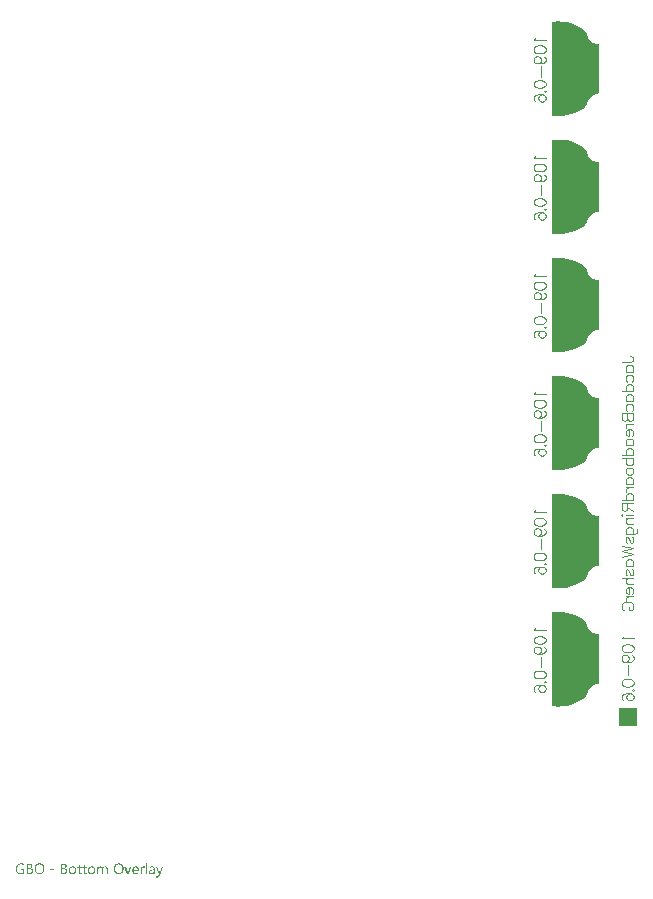
<source format=gbo>
G04*
G04 #@! TF.GenerationSoftware,Altium Limited,Altium Designer,22.11.1 (43)*
G04*
G04 Layer_Color=32896*
%FSLAX44Y44*%
%MOMM*%
G71*
G04*
G04 #@! TF.SameCoordinates,8AD1E97E-50D3-4F0F-8D34-8AA03B0C27D3*
G04*
G04*
G04 #@! TF.FilePolarity,Positive*
G04*
G01*
G75*
%ADD20C,0.1000*%
%ADD28R,1.5922X1.5750*%
G36*
X415053Y-139693D02*
X415458Y-60259D01*
X417247Y-60054D01*
X420846Y-59969D01*
X424439Y-60206D01*
X427996Y-60766D01*
X431488Y-61643D01*
X434887Y-62830D01*
X438166Y-64317D01*
X441297Y-66094D01*
X442777Y-67119D01*
X442777Y-67119D01*
X443228Y-67723D01*
X444036Y-68997D01*
X444745Y-70328D01*
X445352Y-71709D01*
X445603Y-72420D01*
X446232Y-73810D01*
X448085Y-76224D01*
X450577Y-77969D01*
X453479Y-78884D01*
X455000Y-79000D01*
X455000Y-79000D01*
X455000Y-121000D01*
X453479Y-121116D01*
X450577Y-122031D01*
X448085Y-123776D01*
X446233Y-126190D01*
X445603Y-127580D01*
X445352Y-128291D01*
X444745Y-129672D01*
X444036Y-131003D01*
X443228Y-132277D01*
X442777Y-132881D01*
X441277Y-133921D01*
X438098Y-135718D01*
X434769Y-137219D01*
X431317Y-138409D01*
X427771Y-139280D01*
X424160Y-139825D01*
X420515Y-140038D01*
X416865Y-139919D01*
X415053Y-139693D01*
X415053Y-139693D01*
X415053Y-139693D02*
G37*
G36*
X415053Y-39693D02*
X415458Y39741D01*
X417247Y39945D01*
X420846Y40031D01*
X424439Y39793D01*
X427996Y39234D01*
X431488Y38357D01*
X434887Y37170D01*
X438166Y35682D01*
X441297Y33906D01*
X442777Y32881D01*
X442777Y32881D01*
X443228Y32276D01*
X444035Y31003D01*
X444745Y29671D01*
X445352Y28291D01*
X445603Y27579D01*
X446232Y26190D01*
X448085Y23776D01*
X450577Y22031D01*
X453479Y21116D01*
X455000Y21000D01*
X455000Y21000D01*
X455000Y-21000D01*
X453479Y-21117D01*
X450577Y-22032D01*
X448085Y-23777D01*
X446233Y-26190D01*
X445603Y-27580D01*
X445352Y-28291D01*
X444745Y-29672D01*
X444036Y-31003D01*
X443228Y-32277D01*
X442777Y-32882D01*
X441276Y-33921D01*
X438098Y-35719D01*
X434769Y-37219D01*
X431317Y-38409D01*
X427771Y-39281D01*
X424160Y-39825D01*
X420515Y-40039D01*
X416865Y-39919D01*
X415053Y-39693D01*
X415053Y-39693D01*
X415053Y-39693D02*
G37*
G36*
X415053Y60307D02*
X415458Y139741D01*
X417247Y139945D01*
X420846Y140031D01*
X424439Y139793D01*
X427996Y139234D01*
X431488Y138357D01*
X434887Y137170D01*
X438166Y135682D01*
X441297Y133906D01*
X442777Y132881D01*
X442777Y132881D01*
X443228Y132276D01*
X444035Y131003D01*
X444745Y129671D01*
X445352Y128291D01*
X445603Y127579D01*
X446232Y126190D01*
X448085Y123776D01*
X450577Y122031D01*
X453479Y121116D01*
X455000Y121000D01*
X455000Y121000D01*
X455000Y79000D01*
X453479Y78883D01*
X450577Y77969D01*
X448085Y76223D01*
X446233Y73810D01*
X445603Y72420D01*
X445352Y71709D01*
X444745Y70328D01*
X444036Y68997D01*
X443228Y67723D01*
X442777Y67118D01*
X441276Y66079D01*
X438098Y64281D01*
X434769Y62781D01*
X431317Y61591D01*
X427771Y60719D01*
X424160Y60175D01*
X420515Y59961D01*
X416865Y60081D01*
X415053Y60307D01*
X415053Y60307D01*
X415053Y60307D02*
G37*
G36*
X415053Y160307D02*
X415458Y239741D01*
X417247Y239945D01*
X420846Y240031D01*
X424439Y239793D01*
X427996Y239234D01*
X431488Y238357D01*
X434887Y237170D01*
X438166Y235682D01*
X441297Y233906D01*
X442777Y232881D01*
X442777Y232881D01*
X443228Y232276D01*
X444035Y231003D01*
X444745Y229671D01*
X445352Y228291D01*
X445603Y227579D01*
X446232Y226190D01*
X448085Y223776D01*
X450577Y222031D01*
X453479Y221116D01*
X455000Y221000D01*
X455000Y221000D01*
X455000Y179000D01*
X453479Y178883D01*
X450577Y177969D01*
X448085Y176223D01*
X446233Y173810D01*
X445603Y172420D01*
X445352Y171709D01*
X444745Y170328D01*
X444036Y168997D01*
X443228Y167723D01*
X442777Y167118D01*
X441276Y166079D01*
X438098Y164281D01*
X434769Y162781D01*
X431317Y161591D01*
X427771Y160719D01*
X424160Y160175D01*
X420515Y159961D01*
X416865Y160081D01*
X415053Y160307D01*
X415053Y160307D01*
X415053Y160307D02*
G37*
G36*
X415053Y260307D02*
X415458Y339741D01*
X417247Y339946D01*
X420846Y340032D01*
X424439Y339794D01*
X427996Y339234D01*
X431488Y338357D01*
X434887Y337170D01*
X438166Y335683D01*
X441297Y333907D01*
X442777Y332881D01*
X442777Y332881D01*
X443228Y332277D01*
X444036Y331003D01*
X444745Y329672D01*
X445352Y328291D01*
X445603Y327580D01*
X446232Y326190D01*
X448085Y323776D01*
X450577Y322031D01*
X453479Y321116D01*
X455000Y321000D01*
X455000Y321000D01*
X455000Y279000D01*
X453479Y278884D01*
X450577Y277969D01*
X448085Y276224D01*
X446233Y273810D01*
X445603Y272420D01*
X445352Y271709D01*
X444745Y270328D01*
X444036Y268997D01*
X443228Y267723D01*
X442777Y267118D01*
X441277Y266079D01*
X438098Y264282D01*
X434769Y262781D01*
X431317Y261591D01*
X427771Y260720D01*
X424160Y260175D01*
X420515Y259962D01*
X416865Y260081D01*
X415053Y260307D01*
X415053Y260307D01*
X415053Y260307D02*
G37*
G36*
X415053Y360306D02*
X415458Y439741D01*
X417247Y439945D01*
X420846Y440031D01*
X424439Y439793D01*
X427996Y439233D01*
X431488Y438357D01*
X434887Y437169D01*
X438166Y435682D01*
X441297Y433906D01*
X442777Y432881D01*
X442777Y432881D01*
X443228Y432276D01*
X444036Y431002D01*
X444745Y429671D01*
X445352Y428290D01*
X445603Y427579D01*
X446232Y426189D01*
X448085Y423775D01*
X450577Y422030D01*
X453479Y421116D01*
X455000Y420999D01*
X455000Y420999D01*
X455000Y378999D01*
X453479Y378883D01*
X450577Y377968D01*
X448085Y376223D01*
X446233Y373809D01*
X445603Y372420D01*
X445352Y371708D01*
X444745Y370327D01*
X444036Y368996D01*
X443228Y367723D01*
X442777Y367118D01*
X441277Y366078D01*
X438098Y364281D01*
X434769Y362781D01*
X431317Y361590D01*
X427771Y360719D01*
X424160Y360174D01*
X420515Y359961D01*
X416865Y360081D01*
X415053Y360306D01*
X415053Y360306D01*
X415053Y360306D02*
G37*
G36*
X-33856Y-272802D02*
X-33730Y-272810D01*
X-33581Y-272817D01*
X-33424Y-272833D01*
X-33244Y-272857D01*
X-33055Y-272880D01*
X-32859Y-272912D01*
X-32655Y-272951D01*
X-32451Y-272998D01*
X-32247Y-273053D01*
X-32043Y-273116D01*
X-31839Y-273186D01*
X-31651Y-273273D01*
X-31651Y-274426D01*
X-31666Y-274419D01*
X-31697Y-274395D01*
X-31760Y-274364D01*
X-31839Y-274317D01*
X-31949Y-274270D01*
X-32074Y-274207D01*
X-32216Y-274152D01*
X-32380Y-274081D01*
X-32553Y-274018D01*
X-32749Y-273956D01*
X-32961Y-273901D01*
X-33189Y-273854D01*
X-33432Y-273806D01*
X-33683Y-273775D01*
X-33942Y-273752D01*
X-34217Y-273744D01*
X-34280Y-273744D01*
X-34358Y-273752D01*
X-34468Y-273759D01*
X-34594Y-273775D01*
X-34743Y-273799D01*
X-34908Y-273830D01*
X-35088Y-273869D01*
X-35277Y-273924D01*
X-35473Y-273995D01*
X-35677Y-274081D01*
X-35889Y-274183D01*
X-36093Y-274301D01*
X-36289Y-274434D01*
X-36485Y-274599D01*
X-36674Y-274780D01*
X-36681Y-274788D01*
X-36713Y-274827D01*
X-36760Y-274882D01*
X-36823Y-274968D01*
X-36893Y-275070D01*
X-36980Y-275188D01*
X-37066Y-275337D01*
X-37152Y-275502D01*
X-37239Y-275682D01*
X-37325Y-275886D01*
X-37411Y-276106D01*
X-37482Y-276342D01*
X-37545Y-276593D01*
X-37592Y-276860D01*
X-37623Y-277150D01*
X-37631Y-277448D01*
X-37631Y-277456D01*
X-37631Y-277464D01*
X-37631Y-277488D01*
X-37631Y-277519D01*
X-37631Y-277566D01*
X-37623Y-277613D01*
X-37615Y-277731D01*
X-37608Y-277872D01*
X-37584Y-278037D01*
X-37561Y-278217D01*
X-37521Y-278414D01*
X-37474Y-278626D01*
X-37411Y-278845D01*
X-37341Y-279065D01*
X-37254Y-279293D01*
X-37152Y-279512D01*
X-37035Y-279724D01*
X-36901Y-279928D01*
X-36744Y-280117D01*
X-36736Y-280125D01*
X-36705Y-280156D01*
X-36650Y-280203D01*
X-36579Y-280266D01*
X-36493Y-280336D01*
X-36383Y-280423D01*
X-36258Y-280509D01*
X-36109Y-280595D01*
X-35944Y-280690D01*
X-35763Y-280776D01*
X-35567Y-280854D01*
X-35347Y-280933D01*
X-35120Y-280996D01*
X-34868Y-281043D01*
X-34609Y-281074D01*
X-34327Y-281082D01*
X-34225Y-281082D01*
X-34154Y-281074D01*
X-34060Y-281066D01*
X-33958Y-281059D01*
X-33840Y-281051D01*
X-33707Y-281027D01*
X-33573Y-281012D01*
X-33424Y-280980D01*
X-33126Y-280909D01*
X-32969Y-280862D01*
X-32820Y-280800D01*
X-32671Y-280737D01*
X-32522Y-280666D01*
X-32522Y-278162D01*
X-34476Y-278162D01*
X-34476Y-277213D01*
X-31470Y-277213D01*
X-31470Y-281263D01*
X-31486Y-281271D01*
X-31533Y-281294D01*
X-31603Y-281333D01*
X-31705Y-281380D01*
X-31831Y-281435D01*
X-31980Y-281498D01*
X-32153Y-281569D01*
X-32349Y-281639D01*
X-32561Y-281710D01*
X-32796Y-281781D01*
X-33040Y-281843D01*
X-33299Y-281898D01*
X-33573Y-281945D01*
X-33864Y-281985D01*
X-34154Y-282008D01*
X-34460Y-282016D01*
X-34547Y-282016D01*
X-34586Y-282008D01*
X-34641Y-282008D01*
X-34704Y-282000D01*
X-34774Y-282000D01*
X-34939Y-281977D01*
X-35127Y-281953D01*
X-35331Y-281914D01*
X-35559Y-281859D01*
X-35802Y-281796D01*
X-36054Y-281718D01*
X-36312Y-281616D01*
X-36572Y-281498D01*
X-36830Y-281357D01*
X-37082Y-281192D01*
X-37325Y-281004D01*
X-37553Y-280792D01*
X-37568Y-280776D01*
X-37600Y-280737D01*
X-37662Y-280666D01*
X-37733Y-280564D01*
X-37827Y-280446D01*
X-37922Y-280297D01*
X-38031Y-280117D01*
X-38141Y-279921D01*
X-38251Y-279701D01*
X-38361Y-279450D01*
X-38455Y-279183D01*
X-38549Y-278892D01*
X-38620Y-278586D01*
X-38683Y-278249D01*
X-38714Y-277896D01*
X-38730Y-277527D01*
X-38730Y-277519D01*
X-38730Y-277503D01*
X-38730Y-277472D01*
X-38730Y-277432D01*
X-38722Y-277385D01*
X-38722Y-277323D01*
X-38714Y-277260D01*
X-38706Y-277181D01*
X-38698Y-277095D01*
X-38691Y-277009D01*
X-38659Y-276805D01*
X-38620Y-276569D01*
X-38565Y-276326D01*
X-38494Y-276059D01*
X-38408Y-275784D01*
X-38306Y-275502D01*
X-38180Y-275219D01*
X-38024Y-274937D01*
X-37851Y-274654D01*
X-37647Y-274387D01*
X-37419Y-274128D01*
X-37404Y-274113D01*
X-37356Y-274073D01*
X-37286Y-274003D01*
X-37184Y-273916D01*
X-37050Y-273822D01*
X-36901Y-273704D01*
X-36721Y-273587D01*
X-36509Y-273461D01*
X-36281Y-273335D01*
X-36030Y-273218D01*
X-35763Y-273100D01*
X-35465Y-273006D01*
X-35151Y-272920D01*
X-34821Y-272849D01*
X-34468Y-272810D01*
X-34099Y-272794D01*
X-33958Y-272794D01*
X-33856Y-272802D01*
X-33856Y-272802D02*
G37*
G36*
X37378Y-275353D02*
X37425Y-275353D01*
X37480Y-275361D01*
X37613Y-275384D01*
X37770Y-275423D01*
X37951Y-275478D01*
X38139Y-275564D01*
X38335Y-275667D01*
X38438Y-275737D01*
X38532Y-275808D01*
X38626Y-275886D01*
X38720Y-275980D01*
X38814Y-276083D01*
X38901Y-276192D01*
X38979Y-276310D01*
X39058Y-276444D01*
X39128Y-276585D01*
X39191Y-276742D01*
X39246Y-276907D01*
X39301Y-277087D01*
X39332Y-277276D01*
X39364Y-277488D01*
X39379Y-277707D01*
X39387Y-277943D01*
X39387Y-281867D01*
X38367Y-281867D01*
X38367Y-278209D01*
X38367Y-278194D01*
X38367Y-278162D01*
X38367Y-278107D01*
X38359Y-278037D01*
X38359Y-277950D01*
X38351Y-277848D01*
X38343Y-277739D01*
X38328Y-277621D01*
X38288Y-277370D01*
X38226Y-277119D01*
X38194Y-276993D01*
X38147Y-276883D01*
X38092Y-276773D01*
X38037Y-276679D01*
X38037Y-276671D01*
X38022Y-276656D01*
X38006Y-276632D01*
X37975Y-276608D01*
X37943Y-276569D01*
X37896Y-276530D01*
X37841Y-276491D01*
X37778Y-276444D01*
X37708Y-276397D01*
X37629Y-276357D01*
X37535Y-276318D01*
X37441Y-276279D01*
X37331Y-276255D01*
X37205Y-276232D01*
X37080Y-276216D01*
X36939Y-276208D01*
X36876Y-276208D01*
X36829Y-276216D01*
X36774Y-276224D01*
X36711Y-276239D01*
X36554Y-276279D01*
X36467Y-276310D01*
X36381Y-276357D01*
X36287Y-276404D01*
X36201Y-276459D01*
X36107Y-276530D01*
X36012Y-276608D01*
X35918Y-276703D01*
X35832Y-276805D01*
X35824Y-276812D01*
X35816Y-276828D01*
X35793Y-276867D01*
X35761Y-276907D01*
X35730Y-276969D01*
X35691Y-277040D01*
X35643Y-277119D01*
X35604Y-277205D01*
X35565Y-277307D01*
X35518Y-277417D01*
X35479Y-277535D01*
X35447Y-277660D01*
X35416Y-277794D01*
X35400Y-277935D01*
X35384Y-278076D01*
X35377Y-278233D01*
X35377Y-281867D01*
X34356Y-281867D01*
X34356Y-278084D01*
X34356Y-278076D01*
X34356Y-278060D01*
X34356Y-278037D01*
X34356Y-278006D01*
X34348Y-277958D01*
X34348Y-277911D01*
X34333Y-277794D01*
X34309Y-277652D01*
X34278Y-277488D01*
X34239Y-277323D01*
X34176Y-277142D01*
X34097Y-276969D01*
X34003Y-276805D01*
X33885Y-276640D01*
X33744Y-276499D01*
X33579Y-276381D01*
X33485Y-276334D01*
X33383Y-276287D01*
X33273Y-276255D01*
X33163Y-276232D01*
X33038Y-276216D01*
X32904Y-276208D01*
X32841Y-276208D01*
X32794Y-276216D01*
X32732Y-276224D01*
X32669Y-276239D01*
X32512Y-276279D01*
X32425Y-276310D01*
X32339Y-276349D01*
X32245Y-276389D01*
X32151Y-276444D01*
X32057Y-276514D01*
X31962Y-276585D01*
X31876Y-276671D01*
X31790Y-276773D01*
X31782Y-276781D01*
X31774Y-276797D01*
X31751Y-276828D01*
X31719Y-276875D01*
X31688Y-276930D01*
X31656Y-276993D01*
X31617Y-277071D01*
X31578Y-277166D01*
X31531Y-277268D01*
X31491Y-277378D01*
X31460Y-277495D01*
X31429Y-277621D01*
X31397Y-277762D01*
X31374Y-277911D01*
X31366Y-278068D01*
X31358Y-278233D01*
X31358Y-281867D01*
X30338Y-281867D01*
X30338Y-275494D01*
X31358Y-275494D01*
X31358Y-276506D01*
X31382Y-276506D01*
X31390Y-276491D01*
X31413Y-276459D01*
X31452Y-276397D01*
X31507Y-276326D01*
X31578Y-276239D01*
X31664Y-276138D01*
X31766Y-276035D01*
X31884Y-275926D01*
X32017Y-275816D01*
X32167Y-275714D01*
X32331Y-275612D01*
X32504Y-275525D01*
X32700Y-275455D01*
X32912Y-275392D01*
X33132Y-275361D01*
X33367Y-275345D01*
X33430Y-275345D01*
X33477Y-275353D01*
X33532Y-275353D01*
X33603Y-275361D01*
X33673Y-275376D01*
X33752Y-275392D01*
X33932Y-275431D01*
X34121Y-275502D01*
X34309Y-275588D01*
X34403Y-275651D01*
X34497Y-275714D01*
X34505Y-275721D01*
X34521Y-275729D01*
X34545Y-275753D01*
X34576Y-275777D01*
X34662Y-275863D01*
X34764Y-275965D01*
X34874Y-276106D01*
X34984Y-276271D01*
X35086Y-276459D01*
X35165Y-276671D01*
X35173Y-276656D01*
X35196Y-276616D01*
X35243Y-276546D01*
X35298Y-276467D01*
X35377Y-276365D01*
X35463Y-276247D01*
X35573Y-276130D01*
X35698Y-276004D01*
X35840Y-275886D01*
X35997Y-275761D01*
X36169Y-275651D01*
X36358Y-275549D01*
X36570Y-275470D01*
X36789Y-275400D01*
X37033Y-275361D01*
X37284Y-275345D01*
X37339Y-275345D01*
X37378Y-275353D01*
X37378Y-275353D02*
G37*
G36*
X70044Y-275392D02*
X70130Y-275392D01*
X70224Y-275408D01*
X70326Y-275423D01*
X70428Y-275439D01*
X70515Y-275470D01*
X70515Y-276530D01*
X70499Y-276522D01*
X70468Y-276499D01*
X70405Y-276467D01*
X70319Y-276428D01*
X70201Y-276389D01*
X70075Y-276357D01*
X69918Y-276334D01*
X69738Y-276326D01*
X69675Y-276326D01*
X69628Y-276334D01*
X69573Y-276342D01*
X69510Y-276357D01*
X69361Y-276404D01*
X69275Y-276436D01*
X69188Y-276475D01*
X69094Y-276530D01*
X69000Y-276585D01*
X68914Y-276656D01*
X68819Y-276742D01*
X68733Y-276836D01*
X68647Y-276946D01*
X68639Y-276954D01*
X68631Y-276977D01*
X68608Y-277009D01*
X68576Y-277056D01*
X68545Y-277119D01*
X68506Y-277197D01*
X68466Y-277283D01*
X68427Y-277385D01*
X68388Y-277495D01*
X68349Y-277621D01*
X68309Y-277762D01*
X68278Y-277911D01*
X68246Y-278076D01*
X68223Y-278249D01*
X68215Y-278429D01*
X68207Y-278626D01*
X68207Y-281867D01*
X67187Y-281867D01*
X67187Y-275494D01*
X68207Y-275494D01*
X68207Y-276812D01*
X68231Y-276812D01*
X68231Y-276805D01*
X68239Y-276781D01*
X68254Y-276750D01*
X68270Y-276703D01*
X68294Y-276648D01*
X68325Y-276577D01*
X68396Y-276428D01*
X68490Y-276255D01*
X68608Y-276083D01*
X68741Y-275918D01*
X68898Y-275761D01*
X68906Y-275753D01*
X68921Y-275745D01*
X68945Y-275729D01*
X68976Y-275698D01*
X69016Y-275674D01*
X69071Y-275643D01*
X69188Y-275572D01*
X69338Y-275502D01*
X69510Y-275439D01*
X69699Y-275400D01*
X69801Y-275392D01*
X69903Y-275384D01*
X69965Y-275384D01*
X70044Y-275392D01*
X70044Y-275392D02*
G37*
G36*
X-5868Y-278720D02*
X-9266Y-278720D01*
X-9266Y-277919D01*
X-5868Y-277919D01*
X-5868Y-278720D01*
X-5868Y-278720D02*
G37*
G36*
X83331Y-282887D02*
X83331Y-282895D01*
X83324Y-282911D01*
X83308Y-282934D01*
X83292Y-282974D01*
X83277Y-283021D01*
X83253Y-283068D01*
X83190Y-283193D01*
X83104Y-283342D01*
X83010Y-283515D01*
X82892Y-283688D01*
X82759Y-283876D01*
X82610Y-284057D01*
X82445Y-284237D01*
X82264Y-284410D01*
X82068Y-284559D01*
X81856Y-284685D01*
X81746Y-284732D01*
X81628Y-284779D01*
X81511Y-284818D01*
X81385Y-284842D01*
X81259Y-284857D01*
X81126Y-284865D01*
X81063Y-284865D01*
X80985Y-284857D01*
X80891Y-284857D01*
X80789Y-284842D01*
X80679Y-284826D01*
X80561Y-284810D01*
X80459Y-284779D01*
X80459Y-283868D01*
X80475Y-283876D01*
X80514Y-283884D01*
X80577Y-283900D01*
X80655Y-283923D01*
X80749Y-283947D01*
X80851Y-283963D01*
X80961Y-283970D01*
X81063Y-283978D01*
X81095Y-283978D01*
X81134Y-283970D01*
X81189Y-283963D01*
X81252Y-283947D01*
X81330Y-283931D01*
X81409Y-283900D01*
X81503Y-283860D01*
X81589Y-283813D01*
X81691Y-283751D01*
X81785Y-283680D01*
X81880Y-283594D01*
X81974Y-283484D01*
X82068Y-283366D01*
X82146Y-283225D01*
X82225Y-283060D01*
X82735Y-281859D01*
X80247Y-275494D01*
X81377Y-275494D01*
X83104Y-280399D01*
X83104Y-280407D01*
X83112Y-280423D01*
X83120Y-280446D01*
X83135Y-280494D01*
X83151Y-280556D01*
X83167Y-280643D01*
X83198Y-280753D01*
X83230Y-280886D01*
X83269Y-280886D01*
X83269Y-280878D01*
X83277Y-280854D01*
X83284Y-280823D01*
X83300Y-280768D01*
X83316Y-280705D01*
X83331Y-280627D01*
X83363Y-280525D01*
X83394Y-280415D01*
X85207Y-275494D01*
X86259Y-275494D01*
X83331Y-282887D01*
X83331Y-282887D02*
G37*
G36*
X56890Y-281867D02*
X55885Y-281867D01*
X53475Y-275494D01*
X54590Y-275494D01*
X56215Y-280125D01*
X56215Y-280132D01*
X56223Y-280148D01*
X56230Y-280172D01*
X56246Y-280211D01*
X56262Y-280258D01*
X56277Y-280305D01*
X56309Y-280431D01*
X56348Y-280564D01*
X56387Y-280713D01*
X56411Y-280870D01*
X56434Y-281019D01*
X56458Y-281019D01*
X56458Y-281012D01*
X56458Y-280996D01*
X56466Y-280972D01*
X56474Y-280941D01*
X56474Y-280894D01*
X56489Y-280847D01*
X56505Y-280729D01*
X56536Y-280595D01*
X56568Y-280454D01*
X56615Y-280305D01*
X56662Y-280156D01*
X58349Y-275494D01*
X59425Y-275494D01*
X56890Y-281867D01*
X56890Y-281867D02*
G37*
G36*
X77115Y-275353D02*
X77170Y-275353D01*
X77225Y-275361D01*
X77296Y-275368D01*
X77374Y-275384D01*
X77539Y-275415D01*
X77736Y-275470D01*
X77932Y-275541D01*
X78144Y-275643D01*
X78355Y-275769D01*
X78458Y-275839D01*
X78560Y-275926D01*
X78654Y-276020D01*
X78748Y-276114D01*
X78834Y-276224D01*
X78913Y-276349D01*
X78991Y-276475D01*
X79062Y-276616D01*
X79117Y-276773D01*
X79172Y-276938D01*
X79211Y-277111D01*
X79242Y-277307D01*
X79258Y-277503D01*
X79266Y-277723D01*
X79266Y-281867D01*
X78246Y-281867D01*
X78246Y-280878D01*
X78222Y-280878D01*
X78214Y-280894D01*
X78191Y-280925D01*
X78151Y-280980D01*
X78096Y-281059D01*
X78026Y-281145D01*
X77940Y-281239D01*
X77845Y-281341D01*
X77728Y-281443D01*
X77594Y-281553D01*
X77453Y-281655D01*
X77288Y-281749D01*
X77115Y-281836D01*
X76919Y-281914D01*
X76715Y-281969D01*
X76495Y-282000D01*
X76260Y-282016D01*
X76166Y-282016D01*
X76103Y-282008D01*
X76024Y-282000D01*
X75930Y-281993D01*
X75828Y-281977D01*
X75718Y-281953D01*
X75475Y-281891D01*
X75357Y-281851D01*
X75232Y-281804D01*
X75106Y-281749D01*
X74988Y-281679D01*
X74879Y-281600D01*
X74769Y-281514D01*
X74761Y-281506D01*
X74745Y-281490D01*
X74722Y-281459D01*
X74682Y-281420D01*
X74643Y-281373D01*
X74604Y-281310D01*
X74549Y-281239D01*
X74502Y-281161D01*
X74455Y-281066D01*
X74408Y-280964D01*
X74361Y-280854D01*
X74321Y-280737D01*
X74282Y-280611D01*
X74259Y-280478D01*
X74243Y-280329D01*
X74235Y-280180D01*
X74235Y-280172D01*
X74235Y-280156D01*
X74235Y-280132D01*
X74243Y-280101D01*
X74243Y-280062D01*
X74251Y-280015D01*
X74266Y-279897D01*
X74298Y-279756D01*
X74345Y-279599D01*
X74408Y-279426D01*
X74502Y-279245D01*
X74612Y-279065D01*
X74745Y-278885D01*
X74832Y-278798D01*
X74918Y-278712D01*
X75020Y-278626D01*
X75122Y-278547D01*
X75240Y-278468D01*
X75365Y-278398D01*
X75499Y-278335D01*
X75648Y-278272D01*
X75805Y-278217D01*
X75970Y-278170D01*
X76150Y-278131D01*
X76338Y-278100D01*
X78246Y-277833D01*
X78246Y-277825D01*
X78246Y-277817D01*
X78246Y-277794D01*
X78246Y-277762D01*
X78238Y-277684D01*
X78222Y-277582D01*
X78206Y-277456D01*
X78175Y-277315D01*
X78136Y-277174D01*
X78081Y-277017D01*
X78010Y-276867D01*
X77924Y-276718D01*
X77822Y-276585D01*
X77696Y-276459D01*
X77539Y-276357D01*
X77367Y-276279D01*
X77272Y-276247D01*
X77162Y-276224D01*
X77053Y-276216D01*
X76935Y-276208D01*
X76880Y-276208D01*
X76825Y-276216D01*
X76739Y-276224D01*
X76637Y-276232D01*
X76519Y-276247D01*
X76385Y-276271D01*
X76244Y-276302D01*
X76087Y-276349D01*
X75922Y-276397D01*
X75750Y-276459D01*
X75569Y-276538D01*
X75389Y-276632D01*
X75208Y-276734D01*
X75028Y-276852D01*
X74855Y-276993D01*
X74855Y-275949D01*
X74863Y-275941D01*
X74894Y-275926D01*
X74949Y-275894D01*
X75020Y-275855D01*
X75114Y-275808D01*
X75216Y-275761D01*
X75342Y-275706D01*
X75483Y-275643D01*
X75632Y-275588D01*
X75797Y-275533D01*
X75977Y-275486D01*
X76166Y-275439D01*
X76370Y-275400D01*
X76574Y-275368D01*
X76794Y-275353D01*
X77021Y-275345D01*
X77076Y-275345D01*
X77115Y-275353D01*
X77115Y-275353D02*
G37*
G36*
X72642Y-281867D02*
X71621Y-281867D01*
X71621Y-272433D01*
X72642Y-272433D01*
X72642Y-281867D01*
X72642Y-281867D02*
G37*
G36*
X2326Y-272951D02*
X2420Y-272959D01*
X2530Y-272974D01*
X2656Y-272990D01*
X2797Y-273014D01*
X2938Y-273045D01*
X3087Y-273084D01*
X3244Y-273132D01*
X3393Y-273186D01*
X3550Y-273249D01*
X3692Y-273328D01*
X3833Y-273414D01*
X3966Y-273516D01*
X3974Y-273524D01*
X3998Y-273540D01*
X4029Y-273571D01*
X4069Y-273618D01*
X4123Y-273673D01*
X4178Y-273744D01*
X4241Y-273822D01*
X4304Y-273909D01*
X4367Y-274011D01*
X4430Y-274120D01*
X4484Y-274246D01*
X4539Y-274372D01*
X4579Y-274513D01*
X4610Y-274662D01*
X4634Y-274819D01*
X4642Y-274984D01*
X4642Y-274992D01*
X4642Y-275015D01*
X4642Y-275054D01*
X4634Y-275109D01*
X4626Y-275180D01*
X4618Y-275251D01*
X4610Y-275337D01*
X4594Y-275431D01*
X4539Y-275643D01*
X4469Y-275863D01*
X4422Y-275980D01*
X4367Y-276090D01*
X4304Y-276200D01*
X4233Y-276310D01*
X4225Y-276318D01*
X4218Y-276334D01*
X4194Y-276365D01*
X4155Y-276404D01*
X4116Y-276444D01*
X4069Y-276499D01*
X4006Y-276553D01*
X3943Y-276616D01*
X3864Y-276679D01*
X3778Y-276750D01*
X3684Y-276812D01*
X3582Y-276883D01*
X3472Y-276946D01*
X3362Y-277001D01*
X3103Y-277103D01*
X3103Y-277126D01*
X3111Y-277126D01*
X3142Y-277134D01*
X3189Y-277142D01*
X3252Y-277150D01*
X3331Y-277166D01*
X3417Y-277189D01*
X3519Y-277221D01*
X3621Y-277252D01*
X3849Y-277338D01*
X3974Y-277393D01*
X4092Y-277464D01*
X4210Y-277535D01*
X4327Y-277613D01*
X4445Y-277707D01*
X4547Y-277809D01*
X4555Y-277817D01*
X4571Y-277833D01*
X4594Y-277864D01*
X4634Y-277911D01*
X4673Y-277974D01*
X4720Y-278037D01*
X4767Y-278123D01*
X4822Y-278209D01*
X4869Y-278312D01*
X4916Y-278429D01*
X4963Y-278547D01*
X5002Y-278680D01*
X5042Y-278830D01*
X5065Y-278979D01*
X5081Y-279136D01*
X5089Y-279308D01*
X5089Y-279324D01*
X5089Y-279355D01*
X5081Y-279418D01*
X5073Y-279497D01*
X5065Y-279599D01*
X5042Y-279709D01*
X5018Y-279834D01*
X4987Y-279968D01*
X4940Y-280117D01*
X4885Y-280266D01*
X4822Y-280415D01*
X4744Y-280572D01*
X4649Y-280729D01*
X4539Y-280878D01*
X4414Y-281019D01*
X4265Y-281161D01*
X4257Y-281168D01*
X4225Y-281192D01*
X4178Y-281223D01*
X4116Y-281271D01*
X4037Y-281325D01*
X3935Y-281380D01*
X3825Y-281451D01*
X3700Y-281514D01*
X3550Y-281577D01*
X3393Y-281639D01*
X3229Y-281702D01*
X3040Y-281757D01*
X2844Y-281804D01*
X2640Y-281836D01*
X2420Y-281859D01*
X2193Y-281867D01*
X-405Y-281867D01*
X-405Y-272943D01*
X2240Y-272943D01*
X2326Y-272951D01*
X2326Y-272951D02*
G37*
G36*
X-26667Y-272951D02*
X-26572Y-272959D01*
X-26463Y-272974D01*
X-26337Y-272990D01*
X-26196Y-273014D01*
X-26054Y-273045D01*
X-25905Y-273084D01*
X-25748Y-273132D01*
X-25599Y-273186D01*
X-25442Y-273249D01*
X-25301Y-273328D01*
X-25160Y-273414D01*
X-25026Y-273516D01*
X-25018Y-273524D01*
X-24995Y-273540D01*
X-24964Y-273571D01*
X-24924Y-273618D01*
X-24869Y-273673D01*
X-24814Y-273744D01*
X-24752Y-273822D01*
X-24689Y-273909D01*
X-24626Y-274011D01*
X-24563Y-274120D01*
X-24508Y-274246D01*
X-24453Y-274372D01*
X-24414Y-274513D01*
X-24383Y-274662D01*
X-24359Y-274819D01*
X-24351Y-274984D01*
X-24351Y-274992D01*
X-24351Y-275015D01*
X-24351Y-275054D01*
X-24359Y-275109D01*
X-24367Y-275180D01*
X-24375Y-275251D01*
X-24383Y-275337D01*
X-24398Y-275431D01*
X-24453Y-275643D01*
X-24524Y-275863D01*
X-24571Y-275980D01*
X-24626Y-276090D01*
X-24689Y-276200D01*
X-24759Y-276310D01*
X-24767Y-276318D01*
X-24775Y-276334D01*
X-24799Y-276365D01*
X-24838Y-276404D01*
X-24877Y-276444D01*
X-24924Y-276499D01*
X-24987Y-276553D01*
X-25050Y-276616D01*
X-25128Y-276679D01*
X-25215Y-276750D01*
X-25309Y-276812D01*
X-25411Y-276883D01*
X-25521Y-276946D01*
X-25631Y-277001D01*
X-25890Y-277103D01*
X-25890Y-277126D01*
X-25882Y-277126D01*
X-25850Y-277134D01*
X-25803Y-277142D01*
X-25740Y-277150D01*
X-25662Y-277166D01*
X-25576Y-277189D01*
X-25474Y-277221D01*
X-25372Y-277252D01*
X-25144Y-277338D01*
X-25018Y-277393D01*
X-24901Y-277464D01*
X-24783Y-277535D01*
X-24665Y-277613D01*
X-24548Y-277707D01*
X-24445Y-277809D01*
X-24438Y-277817D01*
X-24422Y-277833D01*
X-24398Y-277864D01*
X-24359Y-277911D01*
X-24320Y-277974D01*
X-24273Y-278037D01*
X-24226Y-278123D01*
X-24171Y-278209D01*
X-24124Y-278312D01*
X-24077Y-278429D01*
X-24030Y-278547D01*
X-23990Y-278680D01*
X-23951Y-278830D01*
X-23927Y-278979D01*
X-23912Y-279136D01*
X-23904Y-279308D01*
X-23904Y-279324D01*
X-23904Y-279355D01*
X-23912Y-279418D01*
X-23920Y-279497D01*
X-23927Y-279599D01*
X-23951Y-279709D01*
X-23974Y-279834D01*
X-24006Y-279968D01*
X-24053Y-280117D01*
X-24108Y-280266D01*
X-24171Y-280415D01*
X-24249Y-280572D01*
X-24343Y-280729D01*
X-24453Y-280878D01*
X-24579Y-281019D01*
X-24728Y-281161D01*
X-24736Y-281168D01*
X-24767Y-281192D01*
X-24814Y-281223D01*
X-24877Y-281271D01*
X-24956Y-281325D01*
X-25058Y-281380D01*
X-25168Y-281451D01*
X-25293Y-281514D01*
X-25442Y-281577D01*
X-25599Y-281639D01*
X-25764Y-281702D01*
X-25952Y-281757D01*
X-26149Y-281804D01*
X-26353Y-281836D01*
X-26572Y-281859D01*
X-26800Y-281867D01*
X-29398Y-281867D01*
X-29398Y-272943D01*
X-26753Y-272943D01*
X-26667Y-272951D01*
X-26667Y-272951D02*
G37*
G36*
X19899Y-275494D02*
X21508Y-275494D01*
X21508Y-276373D01*
X19899Y-276373D01*
X19899Y-279960D01*
X19899Y-279968D01*
X19899Y-279991D01*
X19899Y-280023D01*
X19899Y-280062D01*
X19907Y-280117D01*
X19915Y-280180D01*
X19930Y-280313D01*
X19954Y-280470D01*
X19993Y-280619D01*
X20048Y-280760D01*
X20080Y-280823D01*
X20119Y-280878D01*
X20127Y-280886D01*
X20158Y-280917D01*
X20213Y-280964D01*
X20292Y-281012D01*
X20394Y-281066D01*
X20519Y-281106D01*
X20668Y-281137D01*
X20841Y-281153D01*
X20904Y-281153D01*
X20974Y-281145D01*
X21069Y-281129D01*
X21171Y-281098D01*
X21288Y-281066D01*
X21398Y-281012D01*
X21508Y-280941D01*
X21508Y-281812D01*
X21500Y-281812D01*
X21492Y-281820D01*
X21469Y-281828D01*
X21445Y-281843D01*
X21359Y-281875D01*
X21257Y-281906D01*
X21116Y-281938D01*
X20951Y-281969D01*
X20763Y-281993D01*
X20551Y-282000D01*
X20480Y-282000D01*
X20394Y-281985D01*
X20292Y-281969D01*
X20166Y-281945D01*
X20025Y-281898D01*
X19868Y-281843D01*
X19719Y-281765D01*
X19562Y-281671D01*
X19405Y-281545D01*
X19263Y-281396D01*
X19201Y-281310D01*
X19138Y-281215D01*
X19083Y-281113D01*
X19036Y-281004D01*
X18989Y-280886D01*
X18950Y-280753D01*
X18918Y-280619D01*
X18894Y-280470D01*
X18887Y-280313D01*
X18879Y-280140D01*
X18879Y-276373D01*
X17788Y-276373D01*
X17788Y-275494D01*
X18879Y-275494D01*
X18879Y-273940D01*
X19899Y-273610D01*
X19899Y-275494D01*
X19899Y-275494D02*
G37*
G36*
X15582Y-275494D02*
X17191Y-275494D01*
X17191Y-276373D01*
X15582Y-276373D01*
X15582Y-279960D01*
X15582Y-279968D01*
X15582Y-279991D01*
X15582Y-280023D01*
X15582Y-280062D01*
X15590Y-280117D01*
X15598Y-280180D01*
X15614Y-280313D01*
X15637Y-280470D01*
X15677Y-280619D01*
X15732Y-280760D01*
X15763Y-280823D01*
X15802Y-280878D01*
X15810Y-280886D01*
X15841Y-280917D01*
X15896Y-280964D01*
X15975Y-281012D01*
X16077Y-281066D01*
X16202Y-281106D01*
X16352Y-281137D01*
X16524Y-281153D01*
X16587Y-281153D01*
X16658Y-281145D01*
X16752Y-281129D01*
X16854Y-281098D01*
X16972Y-281066D01*
X17082Y-281012D01*
X17191Y-280941D01*
X17191Y-281812D01*
X17184Y-281812D01*
X17176Y-281820D01*
X17152Y-281828D01*
X17129Y-281843D01*
X17042Y-281875D01*
X16940Y-281906D01*
X16799Y-281938D01*
X16634Y-281969D01*
X16446Y-281993D01*
X16234Y-282000D01*
X16163Y-282000D01*
X16077Y-281985D01*
X15975Y-281969D01*
X15849Y-281945D01*
X15708Y-281898D01*
X15551Y-281843D01*
X15402Y-281765D01*
X15245Y-281671D01*
X15088Y-281545D01*
X14947Y-281396D01*
X14884Y-281310D01*
X14821Y-281215D01*
X14766Y-281113D01*
X14719Y-281004D01*
X14672Y-280886D01*
X14633Y-280753D01*
X14601Y-280619D01*
X14578Y-280470D01*
X14570Y-280313D01*
X14562Y-280140D01*
X14562Y-276373D01*
X13471Y-276373D01*
X13471Y-275494D01*
X14562Y-275494D01*
X14562Y-273940D01*
X15582Y-273610D01*
X15582Y-275494D01*
X15582Y-275494D02*
G37*
G36*
X63145Y-275353D02*
X63231Y-275361D01*
X63341Y-275368D01*
X63459Y-275384D01*
X63592Y-275415D01*
X63734Y-275447D01*
X63891Y-275486D01*
X64047Y-275541D01*
X64205Y-275612D01*
X64369Y-275690D01*
X64526Y-275784D01*
X64675Y-275894D01*
X64825Y-276020D01*
X64958Y-276161D01*
X64966Y-276169D01*
X64989Y-276200D01*
X65021Y-276247D01*
X65068Y-276310D01*
X65115Y-276389D01*
X65178Y-276491D01*
X65241Y-276608D01*
X65303Y-276742D01*
X65366Y-276899D01*
X65429Y-277064D01*
X65492Y-277252D01*
X65539Y-277448D01*
X65586Y-277668D01*
X65617Y-277896D01*
X65641Y-278147D01*
X65649Y-278406D01*
X65649Y-278939D01*
X61143Y-278939D01*
X61143Y-278955D01*
X61143Y-278986D01*
X61151Y-279042D01*
X61159Y-279112D01*
X61167Y-279206D01*
X61183Y-279308D01*
X61199Y-279418D01*
X61230Y-279544D01*
X61301Y-279811D01*
X61348Y-279944D01*
X61403Y-280085D01*
X61465Y-280219D01*
X61536Y-280352D01*
X61622Y-280470D01*
X61716Y-280588D01*
X61724Y-280595D01*
X61740Y-280611D01*
X61771Y-280643D01*
X61818Y-280674D01*
X61873Y-280721D01*
X61944Y-280768D01*
X62023Y-280823D01*
X62109Y-280870D01*
X62211Y-280925D01*
X62329Y-280980D01*
X62446Y-281027D01*
X62588Y-281074D01*
X62729Y-281106D01*
X62886Y-281137D01*
X63051Y-281153D01*
X63223Y-281161D01*
X63271Y-281161D01*
X63326Y-281153D01*
X63404Y-281153D01*
X63498Y-281137D01*
X63608Y-281121D01*
X63734Y-281098D01*
X63875Y-281074D01*
X64024Y-281035D01*
X64181Y-280988D01*
X64346Y-280933D01*
X64511Y-280862D01*
X64683Y-280784D01*
X64856Y-280690D01*
X65029Y-280580D01*
X65201Y-280454D01*
X65201Y-281412D01*
X65193Y-281420D01*
X65162Y-281435D01*
X65115Y-281467D01*
X65052Y-281506D01*
X64966Y-281553D01*
X64864Y-281600D01*
X64746Y-281655D01*
X64613Y-281710D01*
X64456Y-281773D01*
X64291Y-281828D01*
X64110Y-281875D01*
X63914Y-281922D01*
X63702Y-281961D01*
X63475Y-281993D01*
X63231Y-282008D01*
X62980Y-282016D01*
X62917Y-282016D01*
X62854Y-282008D01*
X62760Y-282000D01*
X62643Y-281993D01*
X62509Y-281969D01*
X62368Y-281945D01*
X62211Y-281906D01*
X62046Y-281859D01*
X61873Y-281804D01*
X61693Y-281733D01*
X61520Y-281655D01*
X61340Y-281553D01*
X61175Y-281435D01*
X61010Y-281302D01*
X60861Y-281153D01*
X60853Y-281145D01*
X60830Y-281113D01*
X60790Y-281059D01*
X60743Y-280988D01*
X60680Y-280902D01*
X60618Y-280792D01*
X60547Y-280666D01*
X60476Y-280517D01*
X60406Y-280360D01*
X60335Y-280172D01*
X60272Y-279975D01*
X60210Y-279756D01*
X60163Y-279520D01*
X60123Y-279269D01*
X60100Y-278994D01*
X60092Y-278712D01*
X60092Y-278704D01*
X60092Y-278696D01*
X60092Y-278673D01*
X60092Y-278649D01*
X60100Y-278571D01*
X60107Y-278461D01*
X60115Y-278335D01*
X60139Y-278194D01*
X60163Y-278029D01*
X60194Y-277848D01*
X60241Y-277660D01*
X60296Y-277464D01*
X60367Y-277260D01*
X60445Y-277056D01*
X60539Y-276860D01*
X60657Y-276656D01*
X60782Y-276467D01*
X60932Y-276287D01*
X60939Y-276279D01*
X60971Y-276247D01*
X61018Y-276200D01*
X61081Y-276138D01*
X61167Y-276067D01*
X61269Y-275988D01*
X61379Y-275902D01*
X61512Y-275816D01*
X61654Y-275729D01*
X61818Y-275643D01*
X61991Y-275564D01*
X62172Y-275494D01*
X62368Y-275431D01*
X62580Y-275384D01*
X62800Y-275353D01*
X63027Y-275345D01*
X63082Y-275345D01*
X63145Y-275353D01*
X63145Y-275353D02*
G37*
G36*
X48821Y-272802D02*
X48876Y-272802D01*
X48931Y-272810D01*
X49002Y-272810D01*
X49159Y-272833D01*
X49339Y-272857D01*
X49543Y-272896D01*
X49763Y-272951D01*
X49991Y-273014D01*
X50234Y-273100D01*
X50477Y-273202D01*
X50728Y-273320D01*
X50980Y-273461D01*
X51215Y-273626D01*
X51451Y-273822D01*
X51670Y-274042D01*
X51686Y-274058D01*
X51717Y-274097D01*
X51772Y-274167D01*
X51851Y-274270D01*
X51929Y-274395D01*
X52031Y-274544D01*
X52133Y-274717D01*
X52235Y-274913D01*
X52337Y-275141D01*
X52439Y-275384D01*
X52541Y-275651D01*
X52628Y-275941D01*
X52698Y-276255D01*
X52753Y-276585D01*
X52785Y-276930D01*
X52800Y-277299D01*
X52800Y-277307D01*
X52800Y-277323D01*
X52800Y-277354D01*
X52800Y-277393D01*
X52793Y-277448D01*
X52793Y-277511D01*
X52785Y-277582D01*
X52785Y-277660D01*
X52777Y-277747D01*
X52769Y-277841D01*
X52738Y-278053D01*
X52706Y-278296D01*
X52659Y-278547D01*
X52596Y-278822D01*
X52518Y-279104D01*
X52424Y-279387D01*
X52314Y-279677D01*
X52180Y-279960D01*
X52024Y-280242D01*
X51843Y-280501D01*
X51639Y-280753D01*
X51623Y-280768D01*
X51584Y-280807D01*
X51521Y-280870D01*
X51427Y-280949D01*
X51309Y-281043D01*
X51168Y-281153D01*
X51011Y-281263D01*
X50823Y-281380D01*
X50611Y-281498D01*
X50375Y-281616D01*
X50124Y-281726D01*
X49849Y-281820D01*
X49551Y-281898D01*
X49237Y-281961D01*
X48900Y-282000D01*
X48547Y-282016D01*
X48460Y-282016D01*
X48421Y-282008D01*
X48366Y-282008D01*
X48303Y-282000D01*
X48233Y-281993D01*
X48068Y-281977D01*
X47887Y-281953D01*
X47675Y-281914D01*
X47456Y-281859D01*
X47212Y-281796D01*
X46969Y-281710D01*
X46718Y-281608D01*
X46459Y-281490D01*
X46208Y-281349D01*
X45964Y-281176D01*
X45721Y-280988D01*
X45501Y-280768D01*
X45486Y-280753D01*
X45454Y-280713D01*
X45399Y-280643D01*
X45321Y-280541D01*
X45234Y-280415D01*
X45140Y-280266D01*
X45038Y-280093D01*
X44936Y-279889D01*
X44826Y-279669D01*
X44724Y-279426D01*
X44630Y-279159D01*
X44544Y-278869D01*
X44465Y-278555D01*
X44410Y-278225D01*
X44379Y-277880D01*
X44363Y-277511D01*
X44363Y-277503D01*
X44363Y-277488D01*
X44363Y-277456D01*
X44363Y-277417D01*
X44371Y-277362D01*
X44371Y-277307D01*
X44379Y-277236D01*
X44379Y-277158D01*
X44387Y-277071D01*
X44402Y-276969D01*
X44426Y-276765D01*
X44457Y-276530D01*
X44512Y-276279D01*
X44567Y-276004D01*
X44646Y-275729D01*
X44740Y-275447D01*
X44850Y-275156D01*
X44983Y-274874D01*
X45140Y-274599D01*
X45321Y-274332D01*
X45525Y-274081D01*
X45540Y-274065D01*
X45580Y-274026D01*
X45643Y-273963D01*
X45737Y-273877D01*
X45855Y-273783D01*
X46004Y-273673D01*
X46168Y-273555D01*
X46357Y-273438D01*
X46576Y-273320D01*
X46812Y-273202D01*
X47071Y-273092D01*
X47354Y-272998D01*
X47660Y-272912D01*
X47981Y-272849D01*
X48327Y-272810D01*
X48696Y-272794D01*
X48774Y-272794D01*
X48821Y-272802D01*
X48821Y-272802D02*
G37*
G36*
X25817Y-275353D02*
X25919Y-275361D01*
X26037Y-275368D01*
X26178Y-275392D01*
X26327Y-275415D01*
X26492Y-275455D01*
X26672Y-275502D01*
X26853Y-275557D01*
X27034Y-275627D01*
X27222Y-275714D01*
X27402Y-275816D01*
X27583Y-275933D01*
X27748Y-276067D01*
X27905Y-276224D01*
X27913Y-276232D01*
X27936Y-276263D01*
X27975Y-276318D01*
X28030Y-276389D01*
X28093Y-276475D01*
X28156Y-276585D01*
X28234Y-276710D01*
X28305Y-276860D01*
X28384Y-277024D01*
X28454Y-277205D01*
X28517Y-277401D01*
X28580Y-277621D01*
X28635Y-277856D01*
X28674Y-278107D01*
X28697Y-278374D01*
X28705Y-278657D01*
X28705Y-278665D01*
X28705Y-278673D01*
X28705Y-278696D01*
X28705Y-278727D01*
X28697Y-278806D01*
X28690Y-278908D01*
X28682Y-279042D01*
X28658Y-279191D01*
X28635Y-279355D01*
X28595Y-279536D01*
X28548Y-279724D01*
X28493Y-279928D01*
X28423Y-280132D01*
X28344Y-280336D01*
X28242Y-280541D01*
X28124Y-280737D01*
X27991Y-280925D01*
X27842Y-281106D01*
X27834Y-281113D01*
X27803Y-281145D01*
X27756Y-281192D01*
X27685Y-281247D01*
X27599Y-281318D01*
X27497Y-281396D01*
X27371Y-281474D01*
X27230Y-281561D01*
X27073Y-281647D01*
X26900Y-281726D01*
X26712Y-281804D01*
X26508Y-281875D01*
X26280Y-281930D01*
X26045Y-281977D01*
X25801Y-282008D01*
X25534Y-282016D01*
X25472Y-282016D01*
X25401Y-282008D01*
X25299Y-282000D01*
X25181Y-281993D01*
X25040Y-281969D01*
X24891Y-281945D01*
X24726Y-281906D01*
X24546Y-281859D01*
X24365Y-281796D01*
X24177Y-281726D01*
X23988Y-281639D01*
X23800Y-281537D01*
X23612Y-281420D01*
X23439Y-281286D01*
X23274Y-281129D01*
X23266Y-281121D01*
X23235Y-281090D01*
X23196Y-281035D01*
X23141Y-280964D01*
X23078Y-280878D01*
X23007Y-280768D01*
X22937Y-280643D01*
X22858Y-280494D01*
X22780Y-280336D01*
X22701Y-280156D01*
X22631Y-279960D01*
X22568Y-279748D01*
X22513Y-279528D01*
X22473Y-279285D01*
X22442Y-279026D01*
X22434Y-278759D01*
X22434Y-278751D01*
X22434Y-278743D01*
X22434Y-278720D01*
X22434Y-278688D01*
X22442Y-278602D01*
X22450Y-278492D01*
X22458Y-278359D01*
X22481Y-278202D01*
X22505Y-278029D01*
X22544Y-277841D01*
X22591Y-277644D01*
X22646Y-277440D01*
X22717Y-277229D01*
X22803Y-277017D01*
X22905Y-276812D01*
X23015Y-276616D01*
X23149Y-276428D01*
X23305Y-276247D01*
X23313Y-276239D01*
X23345Y-276208D01*
X23400Y-276161D01*
X23470Y-276106D01*
X23557Y-276035D01*
X23667Y-275965D01*
X23792Y-275879D01*
X23933Y-275792D01*
X24090Y-275714D01*
X24271Y-275627D01*
X24467Y-275557D01*
X24679Y-275486D01*
X24907Y-275431D01*
X25150Y-275384D01*
X25409Y-275353D01*
X25684Y-275345D01*
X25746Y-275345D01*
X25817Y-275353D01*
X25817Y-275353D02*
G37*
G36*
X9712Y-275353D02*
X9814Y-275361D01*
X9931Y-275368D01*
X10073Y-275392D01*
X10222Y-275415D01*
X10387Y-275455D01*
X10567Y-275502D01*
X10748Y-275557D01*
X10928Y-275627D01*
X11117Y-275714D01*
X11297Y-275816D01*
X11478Y-275933D01*
X11642Y-276067D01*
X11799Y-276224D01*
X11807Y-276232D01*
X11831Y-276263D01*
X11870Y-276318D01*
X11925Y-276389D01*
X11988Y-276475D01*
X12050Y-276585D01*
X12129Y-276710D01*
X12200Y-276860D01*
X12278Y-277024D01*
X12349Y-277205D01*
X12412Y-277401D01*
X12474Y-277621D01*
X12529Y-277856D01*
X12569Y-278107D01*
X12592Y-278374D01*
X12600Y-278657D01*
X12600Y-278665D01*
X12600Y-278673D01*
X12600Y-278696D01*
X12600Y-278727D01*
X12592Y-278806D01*
X12584Y-278908D01*
X12576Y-279042D01*
X12553Y-279191D01*
X12529Y-279355D01*
X12490Y-279536D01*
X12443Y-279724D01*
X12388Y-279928D01*
X12317Y-280132D01*
X12239Y-280336D01*
X12137Y-280541D01*
X12019Y-280737D01*
X11886Y-280925D01*
X11737Y-281106D01*
X11729Y-281113D01*
X11697Y-281145D01*
X11650Y-281192D01*
X11580Y-281247D01*
X11493Y-281318D01*
X11391Y-281396D01*
X11266Y-281474D01*
X11124Y-281561D01*
X10967Y-281647D01*
X10795Y-281726D01*
X10606Y-281804D01*
X10402Y-281875D01*
X10175Y-281930D01*
X9939Y-281977D01*
X9696Y-282008D01*
X9429Y-282016D01*
X9366Y-282016D01*
X9296Y-282008D01*
X9194Y-282000D01*
X9076Y-281993D01*
X8935Y-281969D01*
X8785Y-281945D01*
X8621Y-281906D01*
X8440Y-281859D01*
X8260Y-281796D01*
X8071Y-281726D01*
X7883Y-281639D01*
X7695Y-281537D01*
X7506Y-281420D01*
X7333Y-281286D01*
X7169Y-281129D01*
X7161Y-281121D01*
X7129Y-281090D01*
X7090Y-281035D01*
X7035Y-280964D01*
X6973Y-280878D01*
X6902Y-280768D01*
X6831Y-280643D01*
X6753Y-280494D01*
X6674Y-280336D01*
X6596Y-280156D01*
X6525Y-279960D01*
X6462Y-279748D01*
X6407Y-279528D01*
X6368Y-279285D01*
X6337Y-279026D01*
X6329Y-278759D01*
X6329Y-278751D01*
X6329Y-278743D01*
X6329Y-278720D01*
X6329Y-278688D01*
X6337Y-278602D01*
X6345Y-278492D01*
X6352Y-278359D01*
X6376Y-278202D01*
X6400Y-278029D01*
X6439Y-277841D01*
X6486Y-277644D01*
X6541Y-277440D01*
X6611Y-277229D01*
X6698Y-277017D01*
X6800Y-276812D01*
X6910Y-276616D01*
X7043Y-276428D01*
X7200Y-276247D01*
X7208Y-276239D01*
X7239Y-276208D01*
X7294Y-276161D01*
X7365Y-276106D01*
X7451Y-276035D01*
X7561Y-275965D01*
X7687Y-275879D01*
X7828Y-275792D01*
X7985Y-275714D01*
X8166Y-275627D01*
X8362Y-275557D01*
X8574Y-275486D01*
X8801Y-275431D01*
X9044Y-275384D01*
X9304Y-275353D01*
X9578Y-275345D01*
X9641Y-275345D01*
X9712Y-275353D01*
X9712Y-275353D02*
G37*
G36*
X-18221Y-272802D02*
X-18167Y-272802D01*
X-18112Y-272810D01*
X-18041Y-272810D01*
X-17884Y-272833D01*
X-17703Y-272857D01*
X-17499Y-272896D01*
X-17280Y-272951D01*
X-17052Y-273014D01*
X-16809Y-273100D01*
X-16565Y-273202D01*
X-16314Y-273320D01*
X-16063Y-273461D01*
X-15828Y-273626D01*
X-15592Y-273822D01*
X-15373Y-274042D01*
X-15357Y-274058D01*
X-15325Y-274097D01*
X-15270Y-274167D01*
X-15192Y-274270D01*
X-15114Y-274395D01*
X-15011Y-274544D01*
X-14909Y-274717D01*
X-14807Y-274913D01*
X-14705Y-275141D01*
X-14603Y-275384D01*
X-14501Y-275651D01*
X-14415Y-275941D01*
X-14344Y-276255D01*
X-14289Y-276585D01*
X-14258Y-276930D01*
X-14242Y-277299D01*
X-14242Y-277307D01*
X-14242Y-277323D01*
X-14242Y-277354D01*
X-14242Y-277393D01*
X-14250Y-277448D01*
X-14250Y-277511D01*
X-14258Y-277582D01*
X-14258Y-277660D01*
X-14266Y-277747D01*
X-14274Y-277841D01*
X-14305Y-278053D01*
X-14336Y-278296D01*
X-14383Y-278547D01*
X-14446Y-278822D01*
X-14525Y-279104D01*
X-14619Y-279387D01*
X-14729Y-279677D01*
X-14862Y-279960D01*
X-15019Y-280242D01*
X-15200Y-280501D01*
X-15404Y-280753D01*
X-15420Y-280768D01*
X-15459Y-280807D01*
X-15522Y-280870D01*
X-15616Y-280949D01*
X-15733Y-281043D01*
X-15875Y-281153D01*
X-16032Y-281263D01*
X-16220Y-281380D01*
X-16432Y-281498D01*
X-16667Y-281616D01*
X-16919Y-281726D01*
X-17193Y-281820D01*
X-17492Y-281898D01*
X-17806Y-281961D01*
X-18143Y-282000D01*
X-18496Y-282016D01*
X-18583Y-282016D01*
X-18622Y-282008D01*
X-18677Y-282008D01*
X-18740Y-282000D01*
X-18810Y-281993D01*
X-18975Y-281977D01*
X-19155Y-281953D01*
X-19367Y-281914D01*
X-19587Y-281859D01*
X-19830Y-281796D01*
X-20074Y-281710D01*
X-20325Y-281608D01*
X-20584Y-281490D01*
X-20835Y-281349D01*
X-21078Y-281176D01*
X-21322Y-280988D01*
X-21542Y-280768D01*
X-21557Y-280753D01*
X-21589Y-280713D01*
X-21644Y-280643D01*
X-21722Y-280541D01*
X-21808Y-280415D01*
X-21902Y-280266D01*
X-22004Y-280093D01*
X-22107Y-279889D01*
X-22216Y-279669D01*
X-22318Y-279426D01*
X-22413Y-279159D01*
X-22499Y-278869D01*
X-22578Y-278555D01*
X-22632Y-278225D01*
X-22664Y-277880D01*
X-22680Y-277511D01*
X-22680Y-277503D01*
X-22680Y-277488D01*
X-22680Y-277456D01*
X-22680Y-277417D01*
X-22672Y-277362D01*
X-22672Y-277307D01*
X-22664Y-277236D01*
X-22664Y-277158D01*
X-22656Y-277071D01*
X-22640Y-276969D01*
X-22617Y-276765D01*
X-22585Y-276530D01*
X-22530Y-276279D01*
X-22475Y-276004D01*
X-22397Y-275729D01*
X-22303Y-275447D01*
X-22193Y-275156D01*
X-22060Y-274874D01*
X-21902Y-274599D01*
X-21722Y-274332D01*
X-21518Y-274081D01*
X-21502Y-274065D01*
X-21463Y-274026D01*
X-21400Y-273963D01*
X-21306Y-273877D01*
X-21188Y-273783D01*
X-21039Y-273673D01*
X-20874Y-273555D01*
X-20686Y-273438D01*
X-20466Y-273320D01*
X-20231Y-273202D01*
X-19972Y-273092D01*
X-19689Y-272998D01*
X-19383Y-272912D01*
X-19061Y-272849D01*
X-18716Y-272810D01*
X-18347Y-272794D01*
X-18269Y-272794D01*
X-18221Y-272802D01*
X-18221Y-272802D02*
G37*
%LPC*%
G36*
X78246Y-278649D02*
X76707Y-278861D01*
X76700Y-278861D01*
X76676Y-278869D01*
X76637Y-278869D01*
X76590Y-278877D01*
X76535Y-278892D01*
X76464Y-278908D01*
X76307Y-278939D01*
X76134Y-278986D01*
X75962Y-279049D01*
X75789Y-279128D01*
X75711Y-279167D01*
X75640Y-279214D01*
X75624Y-279230D01*
X75585Y-279261D01*
X75522Y-279324D01*
X75459Y-279418D01*
X75397Y-279544D01*
X75365Y-279614D01*
X75334Y-279693D01*
X75310Y-279779D01*
X75295Y-279881D01*
X75287Y-279983D01*
X75279Y-280101D01*
X75279Y-280109D01*
X75279Y-280125D01*
X75279Y-280148D01*
X75287Y-280180D01*
X75295Y-280266D01*
X75318Y-280376D01*
X75357Y-280494D01*
X75420Y-280627D01*
X75499Y-280753D01*
X75609Y-280870D01*
X75616Y-280870D01*
X75624Y-280886D01*
X75671Y-280917D01*
X75742Y-280964D01*
X75844Y-281012D01*
X75977Y-281066D01*
X76126Y-281113D01*
X76307Y-281145D01*
X76503Y-281161D01*
X76574Y-281161D01*
X76629Y-281153D01*
X76692Y-281145D01*
X76770Y-281129D01*
X76849Y-281113D01*
X76943Y-281090D01*
X77139Y-281027D01*
X77241Y-280988D01*
X77351Y-280933D01*
X77453Y-280870D01*
X77555Y-280800D01*
X77657Y-280721D01*
X77751Y-280627D01*
X77759Y-280619D01*
X77775Y-280603D01*
X77798Y-280572D01*
X77830Y-280533D01*
X77869Y-280478D01*
X77908Y-280415D01*
X77955Y-280344D01*
X78002Y-280258D01*
X78042Y-280164D01*
X78089Y-280062D01*
X78128Y-279952D01*
X78167Y-279834D01*
X78198Y-279709D01*
X78222Y-279575D01*
X78238Y-279434D01*
X78246Y-279285D01*
X78246Y-278649D01*
X78246Y-278649D02*
G37*
G36*
X1997Y-273893D02*
X639Y-273893D01*
X639Y-276773D01*
X1792Y-276773D01*
X1847Y-276765D01*
X1918Y-276758D01*
X2004Y-276750D01*
X2098Y-276742D01*
X2201Y-276718D01*
X2412Y-276671D01*
X2640Y-276601D01*
X2750Y-276553D01*
X2860Y-276499D01*
X2962Y-276436D01*
X3056Y-276365D01*
X3064Y-276357D01*
X3080Y-276349D01*
X3103Y-276318D01*
X3135Y-276287D01*
X3174Y-276247D01*
X3213Y-276192D01*
X3260Y-276130D01*
X3307Y-276059D01*
X3346Y-275980D01*
X3393Y-275894D01*
X3433Y-275800D01*
X3472Y-275698D01*
X3503Y-275580D01*
X3527Y-275462D01*
X3543Y-275329D01*
X3550Y-275196D01*
X3550Y-275180D01*
X3550Y-275141D01*
X3543Y-275078D01*
X3527Y-274992D01*
X3496Y-274890D01*
X3464Y-274780D01*
X3409Y-274662D01*
X3339Y-274544D01*
X3244Y-274419D01*
X3135Y-274301D01*
X2993Y-274191D01*
X2828Y-274097D01*
X2734Y-274050D01*
X2632Y-274011D01*
X2522Y-273979D01*
X2405Y-273948D01*
X2279Y-273924D01*
X2138Y-273909D01*
X1997Y-273893D01*
X1997Y-273893D02*
G37*
G36*
X1840Y-277715D02*
X639Y-277715D01*
X639Y-280925D01*
X2146Y-280925D01*
X2208Y-280917D01*
X2287Y-280909D01*
X2373Y-280902D01*
X2475Y-280886D01*
X2585Y-280870D01*
X2813Y-280823D01*
X3048Y-280745D01*
X3166Y-280690D01*
X3276Y-280635D01*
X3378Y-280572D01*
X3480Y-280494D01*
X3488Y-280486D01*
X3503Y-280470D01*
X3527Y-280446D01*
X3558Y-280415D01*
X3598Y-280368D01*
X3645Y-280313D01*
X3684Y-280250D01*
X3739Y-280180D01*
X3786Y-280093D01*
X3825Y-280007D01*
X3872Y-279905D01*
X3911Y-279803D01*
X3943Y-279685D01*
X3966Y-279559D01*
X3982Y-279434D01*
X3990Y-279293D01*
X3990Y-279285D01*
X3990Y-279277D01*
X3990Y-279253D01*
X3982Y-279222D01*
X3974Y-279144D01*
X3959Y-279049D01*
X3927Y-278924D01*
X3880Y-278790D01*
X3810Y-278649D01*
X3723Y-278500D01*
X3605Y-278359D01*
X3543Y-278288D01*
X3464Y-278217D01*
X3386Y-278147D01*
X3291Y-278084D01*
X3189Y-278021D01*
X3080Y-277958D01*
X2962Y-277911D01*
X2836Y-277864D01*
X2695Y-277817D01*
X2546Y-277786D01*
X2389Y-277754D01*
X2216Y-277731D01*
X2036Y-277723D01*
X1840Y-277715D01*
X1840Y-277715D02*
G37*
G36*
X-26996Y-273893D02*
X-28354Y-273893D01*
X-28354Y-276773D01*
X-27200Y-276773D01*
X-27145Y-276765D01*
X-27075Y-276758D01*
X-26988Y-276750D01*
X-26894Y-276742D01*
X-26792Y-276718D01*
X-26580Y-276671D01*
X-26353Y-276601D01*
X-26243Y-276553D01*
X-26133Y-276499D01*
X-26031Y-276436D01*
X-25937Y-276365D01*
X-25929Y-276357D01*
X-25913Y-276349D01*
X-25890Y-276318D01*
X-25858Y-276287D01*
X-25819Y-276247D01*
X-25780Y-276192D01*
X-25733Y-276130D01*
X-25686Y-276059D01*
X-25646Y-275980D01*
X-25599Y-275894D01*
X-25560Y-275800D01*
X-25521Y-275698D01*
X-25489Y-275580D01*
X-25466Y-275462D01*
X-25450Y-275329D01*
X-25442Y-275196D01*
X-25442Y-275180D01*
X-25442Y-275141D01*
X-25450Y-275078D01*
X-25466Y-274992D01*
X-25497Y-274890D01*
X-25529Y-274780D01*
X-25584Y-274662D01*
X-25654Y-274544D01*
X-25748Y-274419D01*
X-25858Y-274301D01*
X-26000Y-274191D01*
X-26164Y-274097D01*
X-26258Y-274050D01*
X-26360Y-274011D01*
X-26470Y-273979D01*
X-26588Y-273948D01*
X-26714Y-273924D01*
X-26855Y-273909D01*
X-26996Y-273893D01*
X-26996Y-273893D02*
G37*
G36*
X-27153Y-277715D02*
X-28354Y-277715D01*
X-28354Y-280925D01*
X-26847Y-280925D01*
X-26784Y-280917D01*
X-26706Y-280909D01*
X-26620Y-280902D01*
X-26518Y-280886D01*
X-26408Y-280870D01*
X-26180Y-280823D01*
X-25944Y-280745D01*
X-25827Y-280690D01*
X-25717Y-280635D01*
X-25615Y-280572D01*
X-25513Y-280494D01*
X-25505Y-280486D01*
X-25489Y-280470D01*
X-25466Y-280446D01*
X-25434Y-280415D01*
X-25395Y-280368D01*
X-25348Y-280313D01*
X-25309Y-280250D01*
X-25254Y-280180D01*
X-25207Y-280093D01*
X-25168Y-280007D01*
X-25120Y-279905D01*
X-25081Y-279803D01*
X-25050Y-279685D01*
X-25026Y-279559D01*
X-25010Y-279434D01*
X-25003Y-279293D01*
X-25003Y-279285D01*
X-25003Y-279277D01*
X-25003Y-279253D01*
X-25010Y-279222D01*
X-25018Y-279144D01*
X-25034Y-279049D01*
X-25066Y-278924D01*
X-25113Y-278790D01*
X-25183Y-278649D01*
X-25269Y-278500D01*
X-25387Y-278359D01*
X-25450Y-278288D01*
X-25529Y-278217D01*
X-25607Y-278147D01*
X-25701Y-278084D01*
X-25803Y-278021D01*
X-25913Y-277958D01*
X-26031Y-277911D01*
X-26156Y-277864D01*
X-26298Y-277817D01*
X-26447Y-277786D01*
X-26604Y-277754D01*
X-26776Y-277731D01*
X-26957Y-277723D01*
X-27153Y-277715D01*
X-27153Y-277715D02*
G37*
G36*
X63011Y-276208D02*
X62941Y-276208D01*
X62894Y-276216D01*
X62831Y-276224D01*
X62752Y-276232D01*
X62674Y-276247D01*
X62588Y-276271D01*
X62392Y-276334D01*
X62289Y-276373D01*
X62187Y-276428D01*
X62085Y-276483D01*
X61975Y-276553D01*
X61881Y-276632D01*
X61779Y-276726D01*
X61771Y-276734D01*
X61756Y-276750D01*
X61732Y-276781D01*
X61701Y-276820D01*
X61662Y-276875D01*
X61614Y-276930D01*
X61567Y-277009D01*
X61512Y-277087D01*
X61458Y-277181D01*
X61410Y-277283D01*
X61356Y-277393D01*
X61308Y-277511D01*
X61261Y-277644D01*
X61222Y-277778D01*
X61183Y-277927D01*
X61159Y-278076D01*
X64605Y-278076D01*
X64605Y-278068D01*
X64605Y-278037D01*
X64605Y-277990D01*
X64597Y-277927D01*
X64589Y-277856D01*
X64581Y-277770D01*
X64566Y-277676D01*
X64550Y-277574D01*
X64495Y-277354D01*
X64416Y-277119D01*
X64369Y-277009D01*
X64314Y-276899D01*
X64252Y-276797D01*
X64173Y-276703D01*
X64165Y-276695D01*
X64157Y-276679D01*
X64134Y-276656D01*
X64095Y-276624D01*
X64055Y-276585D01*
X64000Y-276546D01*
X63945Y-276499D01*
X63875Y-276451D01*
X63796Y-276412D01*
X63710Y-276365D01*
X63608Y-276326D01*
X63506Y-276287D01*
X63396Y-276255D01*
X63278Y-276232D01*
X63145Y-276216D01*
X63011Y-276208D01*
X63011Y-276208D02*
G37*
G36*
X48617Y-273744D02*
X48554Y-273744D01*
X48484Y-273752D01*
X48382Y-273759D01*
X48264Y-273775D01*
X48123Y-273799D01*
X47974Y-273830D01*
X47809Y-273869D01*
X47628Y-273924D01*
X47440Y-273987D01*
X47252Y-274073D01*
X47063Y-274167D01*
X46867Y-274285D01*
X46686Y-274419D01*
X46506Y-274576D01*
X46333Y-274756D01*
X46325Y-274764D01*
X46294Y-274803D01*
X46255Y-274858D01*
X46200Y-274937D01*
X46129Y-275039D01*
X46059Y-275164D01*
X45980Y-275306D01*
X45902Y-275470D01*
X45815Y-275651D01*
X45737Y-275855D01*
X45666Y-276075D01*
X45595Y-276310D01*
X45540Y-276561D01*
X45501Y-276836D01*
X45470Y-277119D01*
X45462Y-277425D01*
X45462Y-277432D01*
X45462Y-277440D01*
X45462Y-277464D01*
X45462Y-277495D01*
X45462Y-277535D01*
X45470Y-277582D01*
X45478Y-277699D01*
X45486Y-277841D01*
X45509Y-277998D01*
X45533Y-278178D01*
X45572Y-278374D01*
X45611Y-278578D01*
X45674Y-278798D01*
X45737Y-279018D01*
X45823Y-279238D01*
X45917Y-279457D01*
X46035Y-279677D01*
X46168Y-279881D01*
X46318Y-280077D01*
X46325Y-280085D01*
X46357Y-280117D01*
X46404Y-280172D01*
X46474Y-280235D01*
X46561Y-280313D01*
X46663Y-280391D01*
X46781Y-280486D01*
X46914Y-280580D01*
X47071Y-280674D01*
X47236Y-280760D01*
X47424Y-280847D01*
X47620Y-280925D01*
X47832Y-280988D01*
X48060Y-281035D01*
X48295Y-281074D01*
X48547Y-281082D01*
X48609Y-281082D01*
X48688Y-281074D01*
X48790Y-281066D01*
X48915Y-281051D01*
X49057Y-281035D01*
X49214Y-281004D01*
X49386Y-280964D01*
X49567Y-280909D01*
X49755Y-280847D01*
X49951Y-280768D01*
X50140Y-280674D01*
X50336Y-280572D01*
X50517Y-280438D01*
X50697Y-280289D01*
X50862Y-280125D01*
X50870Y-280117D01*
X50901Y-280077D01*
X50940Y-280023D01*
X50995Y-279944D01*
X51058Y-279850D01*
X51129Y-279732D01*
X51207Y-279591D01*
X51286Y-279426D01*
X51364Y-279245D01*
X51443Y-279049D01*
X51513Y-278830D01*
X51576Y-278586D01*
X51631Y-278327D01*
X51670Y-278053D01*
X51702Y-277754D01*
X51709Y-277440D01*
X51709Y-277432D01*
X51709Y-277417D01*
X51709Y-277393D01*
X51709Y-277362D01*
X51709Y-277323D01*
X51702Y-277268D01*
X51694Y-277150D01*
X51686Y-277001D01*
X51662Y-276828D01*
X51639Y-276640D01*
X51607Y-276436D01*
X51560Y-276224D01*
X51505Y-275996D01*
X51443Y-275769D01*
X51364Y-275541D01*
X51270Y-275321D01*
X51160Y-275102D01*
X51034Y-274897D01*
X50885Y-274709D01*
X50878Y-274701D01*
X50846Y-274670D01*
X50799Y-274623D01*
X50736Y-274560D01*
X50650Y-274481D01*
X50548Y-274403D01*
X50430Y-274317D01*
X50297Y-274222D01*
X50140Y-274136D01*
X49967Y-274050D01*
X49787Y-273963D01*
X49583Y-273893D01*
X49363Y-273830D01*
X49127Y-273783D01*
X48884Y-273752D01*
X48617Y-273744D01*
X48617Y-273744D02*
G37*
G36*
X25605Y-276208D02*
X25566Y-276208D01*
X25511Y-276216D01*
X25440Y-276216D01*
X25362Y-276232D01*
X25268Y-276239D01*
X25158Y-276263D01*
X25040Y-276294D01*
X24922Y-276326D01*
X24797Y-276373D01*
X24663Y-276428D01*
X24538Y-276491D01*
X24404Y-276569D01*
X24279Y-276656D01*
X24161Y-276758D01*
X24051Y-276875D01*
X24043Y-276883D01*
X24028Y-276907D01*
X23996Y-276946D01*
X23965Y-277001D01*
X23918Y-277064D01*
X23870Y-277150D01*
X23816Y-277244D01*
X23768Y-277354D01*
X23714Y-277480D01*
X23659Y-277621D01*
X23612Y-277770D01*
X23564Y-277935D01*
X23533Y-278115D01*
X23502Y-278304D01*
X23486Y-278508D01*
X23478Y-278720D01*
X23478Y-278735D01*
X23478Y-278767D01*
X23486Y-278830D01*
X23486Y-278908D01*
X23494Y-279002D01*
X23510Y-279112D01*
X23525Y-279238D01*
X23549Y-279371D01*
X23580Y-279512D01*
X23619Y-279654D01*
X23667Y-279803D01*
X23721Y-279952D01*
X23784Y-280101D01*
X23863Y-280242D01*
X23949Y-280384D01*
X24051Y-280509D01*
X24059Y-280517D01*
X24075Y-280541D01*
X24114Y-280572D01*
X24161Y-280611D01*
X24216Y-280658D01*
X24286Y-280713D01*
X24373Y-280776D01*
X24467Y-280831D01*
X24569Y-280894D01*
X24687Y-280956D01*
X24812Y-281012D01*
X24954Y-281059D01*
X25103Y-281098D01*
X25260Y-281129D01*
X25425Y-281153D01*
X25605Y-281161D01*
X25652Y-281161D01*
X25699Y-281153D01*
X25770Y-281153D01*
X25848Y-281137D01*
X25943Y-281129D01*
X26052Y-281106D01*
X26170Y-281082D01*
X26288Y-281051D01*
X26414Y-281004D01*
X26539Y-280956D01*
X26665Y-280894D01*
X26790Y-280823D01*
X26908Y-280737D01*
X27026Y-280635D01*
X27128Y-280525D01*
X27136Y-280517D01*
X27151Y-280494D01*
X27175Y-280454D01*
X27214Y-280407D01*
X27253Y-280336D01*
X27300Y-280258D01*
X27348Y-280164D01*
X27395Y-280054D01*
X27442Y-279928D01*
X27497Y-279795D01*
X27536Y-279646D01*
X27575Y-279481D01*
X27614Y-279308D01*
X27638Y-279112D01*
X27654Y-278908D01*
X27661Y-278696D01*
X27661Y-278680D01*
X27661Y-278641D01*
X27661Y-278578D01*
X27654Y-278500D01*
X27646Y-278398D01*
X27630Y-278288D01*
X27614Y-278155D01*
X27599Y-278021D01*
X27528Y-277723D01*
X27489Y-277574D01*
X27434Y-277417D01*
X27379Y-277268D01*
X27300Y-277126D01*
X27222Y-276985D01*
X27128Y-276860D01*
X27120Y-276852D01*
X27104Y-276828D01*
X27073Y-276797D01*
X27026Y-276758D01*
X26971Y-276710D01*
X26908Y-276656D01*
X26830Y-276593D01*
X26735Y-276530D01*
X26633Y-276475D01*
X26523Y-276412D01*
X26398Y-276357D01*
X26264Y-276310D01*
X26115Y-276271D01*
X25958Y-276239D01*
X25786Y-276216D01*
X25605Y-276208D01*
X25605Y-276208D02*
G37*
G36*
X9500Y-276208D02*
X9460Y-276208D01*
X9406Y-276216D01*
X9335Y-276216D01*
X9256Y-276232D01*
X9162Y-276239D01*
X9052Y-276263D01*
X8935Y-276294D01*
X8817Y-276326D01*
X8691Y-276373D01*
X8558Y-276428D01*
X8432Y-276491D01*
X8299Y-276569D01*
X8173Y-276656D01*
X8056Y-276758D01*
X7946Y-276875D01*
X7938Y-276883D01*
X7922Y-276907D01*
X7891Y-276946D01*
X7859Y-277001D01*
X7812Y-277064D01*
X7765Y-277150D01*
X7710Y-277244D01*
X7663Y-277354D01*
X7608Y-277480D01*
X7553Y-277621D01*
X7506Y-277770D01*
X7459Y-277935D01*
X7428Y-278115D01*
X7396Y-278304D01*
X7381Y-278508D01*
X7373Y-278720D01*
X7373Y-278735D01*
X7373Y-278767D01*
X7381Y-278830D01*
X7381Y-278908D01*
X7388Y-279002D01*
X7404Y-279112D01*
X7420Y-279238D01*
X7443Y-279371D01*
X7475Y-279512D01*
X7514Y-279654D01*
X7561Y-279803D01*
X7616Y-279952D01*
X7679Y-280101D01*
X7757Y-280242D01*
X7844Y-280384D01*
X7946Y-280509D01*
X7954Y-280517D01*
X7969Y-280541D01*
X8008Y-280572D01*
X8056Y-280611D01*
X8111Y-280658D01*
X8181Y-280713D01*
X8267Y-280776D01*
X8362Y-280831D01*
X8464Y-280894D01*
X8582Y-280956D01*
X8707Y-281012D01*
X8848Y-281059D01*
X8997Y-281098D01*
X9154Y-281129D01*
X9319Y-281153D01*
X9500Y-281161D01*
X9547Y-281161D01*
X9594Y-281153D01*
X9665Y-281153D01*
X9743Y-281137D01*
X9837Y-281129D01*
X9947Y-281106D01*
X10065Y-281082D01*
X10183Y-281051D01*
X10308Y-281004D01*
X10434Y-280956D01*
X10559Y-280894D01*
X10685Y-280823D01*
X10803Y-280737D01*
X10920Y-280635D01*
X11022Y-280525D01*
X11030Y-280517D01*
X11046Y-280494D01*
X11070Y-280454D01*
X11109Y-280407D01*
X11148Y-280336D01*
X11195Y-280258D01*
X11242Y-280164D01*
X11289Y-280054D01*
X11336Y-279928D01*
X11391Y-279795D01*
X11430Y-279646D01*
X11470Y-279481D01*
X11509Y-279308D01*
X11532Y-279112D01*
X11548Y-278908D01*
X11556Y-278696D01*
X11556Y-278680D01*
X11556Y-278641D01*
X11556Y-278578D01*
X11548Y-278500D01*
X11540Y-278398D01*
X11525Y-278288D01*
X11509Y-278155D01*
X11493Y-278021D01*
X11423Y-277723D01*
X11383Y-277574D01*
X11329Y-277417D01*
X11273Y-277268D01*
X11195Y-277126D01*
X11117Y-276985D01*
X11022Y-276860D01*
X11014Y-276852D01*
X10999Y-276828D01*
X10967Y-276797D01*
X10920Y-276758D01*
X10865Y-276710D01*
X10803Y-276656D01*
X10724Y-276593D01*
X10630Y-276530D01*
X10528Y-276475D01*
X10418Y-276412D01*
X10293Y-276357D01*
X10159Y-276310D01*
X10010Y-276271D01*
X9853Y-276239D01*
X9680Y-276216D01*
X9500Y-276208D01*
X9500Y-276208D02*
G37*
G36*
X-18426Y-273744D02*
X-18488Y-273744D01*
X-18559Y-273752D01*
X-18661Y-273759D01*
X-18779Y-273775D01*
X-18920Y-273799D01*
X-19069Y-273830D01*
X-19234Y-273869D01*
X-19414Y-273924D01*
X-19603Y-273987D01*
X-19791Y-274073D01*
X-19980Y-274167D01*
X-20176Y-274285D01*
X-20356Y-274419D01*
X-20537Y-274576D01*
X-20710Y-274756D01*
X-20717Y-274764D01*
X-20749Y-274803D01*
X-20788Y-274858D01*
X-20843Y-274937D01*
X-20914Y-275039D01*
X-20984Y-275164D01*
X-21063Y-275306D01*
X-21141Y-275470D01*
X-21228Y-275651D01*
X-21306Y-275855D01*
X-21377Y-276075D01*
X-21447Y-276310D01*
X-21502Y-276561D01*
X-21542Y-276836D01*
X-21573Y-277119D01*
X-21581Y-277425D01*
X-21581Y-277432D01*
X-21581Y-277440D01*
X-21581Y-277464D01*
X-21581Y-277495D01*
X-21581Y-277535D01*
X-21573Y-277582D01*
X-21565Y-277699D01*
X-21557Y-277841D01*
X-21534Y-277998D01*
X-21510Y-278178D01*
X-21471Y-278374D01*
X-21432Y-278578D01*
X-21369Y-278798D01*
X-21306Y-279018D01*
X-21220Y-279238D01*
X-21126Y-279457D01*
X-21008Y-279677D01*
X-20874Y-279881D01*
X-20725Y-280077D01*
X-20717Y-280085D01*
X-20686Y-280117D01*
X-20639Y-280172D01*
X-20568Y-280235D01*
X-20482Y-280313D01*
X-20380Y-280391D01*
X-20262Y-280486D01*
X-20129Y-280580D01*
X-19972Y-280674D01*
X-19807Y-280760D01*
X-19619Y-280847D01*
X-19422Y-280925D01*
X-19210Y-280988D01*
X-18983Y-281035D01*
X-18747Y-281074D01*
X-18496Y-281082D01*
X-18433Y-281082D01*
X-18355Y-281074D01*
X-18253Y-281066D01*
X-18127Y-281051D01*
X-17986Y-281035D01*
X-17829Y-281004D01*
X-17656Y-280964D01*
X-17476Y-280909D01*
X-17287Y-280847D01*
X-17091Y-280768D01*
X-16903Y-280674D01*
X-16707Y-280572D01*
X-16526Y-280438D01*
X-16346Y-280289D01*
X-16181Y-280125D01*
X-16173Y-280117D01*
X-16142Y-280077D01*
X-16102Y-280023D01*
X-16047Y-279944D01*
X-15985Y-279850D01*
X-15914Y-279732D01*
X-15835Y-279591D01*
X-15757Y-279426D01*
X-15679Y-279245D01*
X-15600Y-279049D01*
X-15529Y-278830D01*
X-15467Y-278586D01*
X-15412Y-278327D01*
X-15373Y-278053D01*
X-15341Y-277754D01*
X-15333Y-277440D01*
X-15333Y-277432D01*
X-15333Y-277417D01*
X-15333Y-277393D01*
X-15333Y-277362D01*
X-15333Y-277323D01*
X-15341Y-277268D01*
X-15349Y-277150D01*
X-15357Y-277001D01*
X-15380Y-276828D01*
X-15404Y-276640D01*
X-15435Y-276436D01*
X-15482Y-276224D01*
X-15537Y-275996D01*
X-15600Y-275769D01*
X-15679Y-275541D01*
X-15773Y-275321D01*
X-15883Y-275102D01*
X-16008Y-274897D01*
X-16157Y-274709D01*
X-16165Y-274701D01*
X-16197Y-274670D01*
X-16244Y-274623D01*
X-16306Y-274560D01*
X-16393Y-274481D01*
X-16495Y-274403D01*
X-16612Y-274317D01*
X-16746Y-274222D01*
X-16903Y-274136D01*
X-17076Y-274050D01*
X-17256Y-273963D01*
X-17460Y-273893D01*
X-17680Y-273830D01*
X-17915Y-273783D01*
X-18159Y-273752D01*
X-18426Y-273744D01*
X-18426Y-273744D02*
G37*
%LPD*%
D20*
X400478Y-126917D02*
X400002Y-125489D01*
X400002Y-124537D01*
X400478Y-123108D01*
X401907Y-122156D01*
X404287Y-121680D01*
X406667Y-121680D01*
X408572Y-122156D01*
X409524Y-123108D01*
X410000Y-124537D01*
X410000Y-125013D01*
X409524Y-126441D01*
X408572Y-127393D01*
X407144Y-127869D01*
X406667Y-127869D01*
X405239Y-127393D01*
X404287Y-126441D01*
X403811Y-125013D01*
X403811Y-124537D01*
X404287Y-123108D01*
X405239Y-122156D01*
X406667Y-121680D01*
X409048Y-119014D02*
X409524Y-118538D01*
X410000Y-119014D01*
X409524Y-119490D01*
X409048Y-119014D01*
X408096Y-115824D02*
X405715Y-116300D01*
X404287Y-116300D01*
X401907Y-115824D01*
X400478Y-114872D01*
X400002Y-113444D01*
X400002Y-112491D01*
X400478Y-111063D01*
X401907Y-110111D01*
X404287Y-109635D01*
X405715Y-109635D01*
X408096Y-110111D01*
X409524Y-111063D01*
X410000Y-112491D01*
X410000Y-113444D01*
X409524Y-114872D01*
X408096Y-115824D01*
X405715Y-106683D02*
X405715Y-98114D01*
X405715Y-95400D02*
X408096Y-94924D01*
X409524Y-93972D01*
X410000Y-92543D01*
X410000Y-91591D01*
X409524Y-90163D01*
X408572Y-89687D01*
X408096Y-86497D02*
X405715Y-86973D01*
X404287Y-86973D01*
X401907Y-86497D01*
X400478Y-85545D01*
X400002Y-84117D01*
X400002Y-83164D01*
X400478Y-81736D01*
X401907Y-80784D01*
X404287Y-80308D01*
X405715Y-80308D01*
X408096Y-80784D01*
X409524Y-81736D01*
X410000Y-83164D01*
X410000Y-84117D01*
X409524Y-85545D01*
X408096Y-86497D01*
X405715Y-90639D02*
X404763Y-89687D01*
X403335Y-89211D01*
X402859Y-89211D01*
X401430Y-89687D01*
X400478Y-90639D01*
X400002Y-92067D01*
X400002Y-92543D01*
X400478Y-93972D01*
X401430Y-94924D01*
X403335Y-95400D01*
X404763Y-94924D01*
X405715Y-93972D01*
X406191Y-92543D01*
X406191Y-92067D01*
X405715Y-90639D01*
X405715Y-95400D02*
X403335Y-95400D01*
X401430Y-73928D02*
X400002Y-75356D01*
X410000Y-75356D01*
X401430Y-73928D02*
X401907Y-72976D01*
X401430Y-27393D02*
X400478Y-26917D01*
X400002Y-25489D01*
X400002Y-24537D01*
X400478Y-23108D01*
X401906Y-22156D01*
X404287Y-21680D01*
X406667Y-21680D01*
X408572Y-22156D01*
X409524Y-23108D01*
X410000Y-24537D01*
X410000Y-25013D01*
X409524Y-26441D01*
X408572Y-27393D01*
X407143Y-27869D01*
X406667Y-27869D01*
X405239Y-27393D01*
X404287Y-26441D01*
X403811Y-25013D01*
X403811Y-24537D01*
X404287Y-23108D01*
X405239Y-22156D01*
X406667Y-21680D01*
X409048Y-19014D02*
X409524Y-18538D01*
X410000Y-19014D01*
X409524Y-19490D01*
X409048Y-19014D01*
X408096Y-15824D02*
X405715Y-16300D01*
X404287Y-16300D01*
X401906Y-15824D01*
X400478Y-14872D01*
X400002Y-13444D01*
X400002Y-12492D01*
X400478Y-11063D01*
X401906Y-10111D01*
X404287Y-9635D01*
X405715Y-9635D01*
X408096Y-10111D01*
X409524Y-11063D01*
X410000Y-12492D01*
X410000Y-13444D01*
X409524Y-14872D01*
X408096Y-15824D01*
X405715Y-6683D02*
X405715Y1886D01*
X405715Y4600D02*
X408096Y5076D01*
X409524Y6028D01*
X410000Y7456D01*
X410000Y8409D01*
X409524Y9837D01*
X408572Y10313D01*
X408096Y13503D02*
X405715Y13027D01*
X404287Y13027D01*
X401906Y13503D01*
X400478Y14455D01*
X400002Y15883D01*
X400002Y16835D01*
X400478Y18264D01*
X401906Y19216D01*
X404287Y19692D01*
X405715Y19692D01*
X408096Y19216D01*
X409524Y18264D01*
X410000Y16835D01*
X410000Y15883D01*
X409524Y14455D01*
X408096Y13503D01*
X405715Y9361D02*
X404763Y10313D01*
X403335Y10789D01*
X402859Y10789D01*
X401430Y10313D01*
X400478Y9361D01*
X400002Y7933D01*
X400002Y7456D01*
X400478Y6028D01*
X401430Y5076D01*
X403335Y4600D01*
X404763Y5076D01*
X405715Y6028D01*
X406191Y7456D01*
X406191Y7933D01*
X405715Y9361D01*
X410000Y24643D02*
X400002Y24643D01*
X401430Y26071D01*
X401906Y27024D01*
X403335Y4600D02*
X405715Y4600D01*
X477752Y-46670D02*
X484417Y-46670D01*
X482989Y-52335D02*
X483941Y-53288D01*
X484417Y-54240D01*
X484417Y-56144D01*
X483941Y-57096D01*
X482989Y-58048D01*
X482037Y-58524D01*
X480609Y-58524D01*
X480609Y-56144D01*
X480609Y-51383D02*
X482037Y-51859D01*
X482989Y-52335D01*
X484500Y-82381D02*
X474502Y-82381D01*
X475930Y-80952D01*
X476407Y-80000D01*
X476407Y-87808D02*
X478787Y-87332D01*
X480215Y-87332D01*
X482596Y-87808D01*
X484024Y-88760D01*
X484500Y-90188D01*
X484500Y-91140D01*
X484024Y-92569D01*
X482596Y-93521D01*
X480215Y-93997D01*
X478787Y-93997D01*
X476407Y-93521D01*
X474978Y-92569D01*
X474502Y-91140D01*
X474502Y-90188D01*
X474978Y-88760D01*
X476407Y-87808D01*
X477359Y-96235D02*
X475930Y-96711D01*
X474978Y-97663D01*
X474502Y-99091D01*
X474502Y-99567D01*
X474978Y-100996D01*
X475930Y-101948D01*
X477835Y-102424D01*
X479263Y-101948D01*
X480215Y-100996D01*
X480691Y-99567D01*
X480691Y-99091D01*
X480215Y-97663D01*
X479263Y-96711D01*
X477835Y-96235D01*
X477359Y-96235D01*
X477835Y-102424D02*
X480215Y-102424D01*
X482596Y-101948D01*
X484024Y-100996D01*
X484500Y-99567D01*
X484500Y-98615D01*
X484024Y-97187D01*
X483072Y-96711D01*
X482596Y-117135D02*
X484024Y-118087D01*
X484500Y-119515D01*
X484500Y-120468D01*
X484024Y-121896D01*
X482596Y-122848D01*
X480215Y-123324D01*
X478787Y-123324D01*
X476407Y-122848D01*
X474978Y-121896D01*
X474502Y-120468D01*
X474502Y-119515D01*
X474978Y-118087D01*
X476407Y-117135D01*
X478787Y-116659D01*
X480215Y-116659D01*
X482596Y-117135D01*
X484024Y-125562D02*
X484500Y-126038D01*
X484024Y-126514D01*
X483548Y-126038D01*
X484024Y-125562D01*
X483072Y-129180D02*
X484024Y-130132D01*
X484500Y-131560D01*
X484500Y-132037D01*
X484024Y-133465D01*
X483072Y-134417D01*
X481643Y-134893D01*
X481167Y-134893D01*
X479739Y-134417D01*
X478787Y-133465D01*
X478311Y-132037D01*
X478311Y-131560D01*
X478787Y-130132D01*
X479739Y-129180D01*
X481167Y-128704D01*
X483072Y-129180D01*
X481167Y-128704D02*
X478787Y-128704D01*
X476407Y-129180D01*
X474978Y-130132D01*
X474502Y-131560D01*
X474502Y-132513D01*
X474978Y-133941D01*
X475930Y-134417D01*
X480215Y-113707D02*
X480215Y-105138D01*
X476800Y-58524D02*
X475848Y-58048D01*
X474896Y-57096D01*
X474419Y-56144D01*
X474419Y-54240D01*
X474896Y-53288D01*
X475848Y-52335D01*
X476800Y-51859D01*
X478228Y-51383D01*
X480609Y-51383D01*
X477752Y-50479D02*
X477752Y-49050D01*
X478228Y-48098D01*
X479180Y-47146D01*
X480609Y-46670D01*
X482989Y-44528D02*
X483941Y-43575D01*
X484417Y-42623D01*
X484417Y-41195D01*
X483941Y-40243D01*
X482989Y-39290D01*
X481561Y-38814D01*
X480609Y-38814D01*
X480609Y-44528D01*
X479656Y-44528D01*
X478704Y-44051D01*
X478228Y-43575D01*
X477752Y-42623D01*
X477752Y-41195D01*
X478228Y-40243D01*
X479180Y-39290D01*
X480609Y-38814D01*
X479656Y-36196D02*
X484417Y-36196D01*
X484417Y-30959D02*
X474419Y-30959D01*
X479656Y-30959D02*
X478228Y-32387D01*
X477752Y-33339D01*
X477752Y-34768D01*
X478228Y-35720D01*
X479656Y-36196D01*
X479180Y-28864D02*
X478228Y-28388D01*
X477752Y-26960D01*
X477752Y-25531D01*
X478228Y-24103D01*
X479180Y-23627D01*
X480132Y-24103D01*
X480609Y-25055D01*
X481085Y-27436D01*
X481561Y-28388D01*
X482513Y-28864D01*
X482989Y-28864D01*
X483941Y-28388D01*
X484417Y-26960D01*
X484417Y-25531D01*
X483941Y-24103D01*
X482989Y-23627D01*
X482989Y-20961D02*
X483941Y-20009D01*
X484417Y-19057D01*
X484417Y-17629D01*
X483941Y-16676D01*
X482989Y-15724D01*
X481561Y-15248D01*
X480609Y-15248D01*
X479180Y-15724D01*
X478228Y-16676D01*
X477752Y-17629D01*
X477752Y-19057D01*
X478228Y-20009D01*
X479180Y-20961D01*
X477752Y-20961D02*
X484417Y-20961D01*
X484417Y-10868D02*
X474419Y-8488D01*
X484417Y-6107D01*
X474419Y-3727D01*
X478228Y-1156D02*
X477752Y272D01*
X477752Y1701D01*
X478228Y3129D01*
X479180Y3605D01*
X480132Y3129D01*
X480609Y2177D01*
X481085Y-204D01*
X481561Y-1156D01*
X482513Y-1632D01*
X482989Y-1632D01*
X483941Y-1156D01*
X484417Y272D01*
X484417Y1701D01*
X483941Y3129D01*
X482989Y3605D01*
X482989Y6271D02*
X483941Y7223D01*
X484417Y8176D01*
X484417Y9604D01*
X483941Y10556D01*
X482989Y11508D01*
X481561Y11984D01*
X480609Y11984D01*
X479180Y11508D01*
X478228Y10556D01*
X477752Y9604D01*
X477752Y8176D01*
X478228Y7223D01*
X479180Y6271D01*
X477752Y6271D02*
X485369Y6271D01*
X486798Y6747D01*
X487274Y7223D01*
X487750Y8176D01*
X487750Y9604D01*
X487274Y10556D01*
X484417Y14603D02*
X479656Y14603D01*
X478228Y15079D01*
X477752Y16031D01*
X477752Y17459D01*
X478228Y18411D01*
X479656Y19840D01*
X477752Y19840D02*
X484417Y19840D01*
X484417Y22077D02*
X477752Y22077D01*
X474896Y22077D02*
X474419Y21601D01*
X473943Y22077D01*
X474419Y22553D01*
X474896Y22077D01*
X474896Y26695D02*
X475372Y26219D01*
X476324Y25743D01*
X477276Y25743D01*
X478228Y26219D01*
X478704Y26695D01*
X479180Y28124D01*
X479180Y32408D01*
X479180Y35075D02*
X478228Y36027D01*
X477752Y36979D01*
X477752Y38407D01*
X478228Y39359D01*
X479180Y40311D01*
X480609Y40788D01*
X481561Y40788D01*
X482989Y40311D01*
X483941Y39359D01*
X484417Y38407D01*
X484417Y36979D01*
X483941Y36027D01*
X482989Y35075D01*
X484417Y35075D02*
X474419Y35075D01*
X474419Y32408D02*
X484417Y32408D01*
X484417Y25743D02*
X479180Y29076D01*
X474419Y28124D02*
X474896Y26695D01*
X474419Y28124D02*
X474419Y32408D01*
X478228Y-1156D02*
X479180Y-1632D01*
X474419Y-13248D02*
X484417Y-10868D01*
X484417Y45501D02*
X477752Y45501D01*
X479180Y45025D02*
X478228Y44073D01*
X477752Y43120D01*
X477752Y41692D01*
X479180Y45025D02*
X480609Y45501D01*
X479180Y48167D02*
X478228Y49119D01*
X477752Y50071D01*
X477752Y51500D01*
X478228Y52452D01*
X479180Y53404D01*
X480609Y53880D01*
X481561Y53880D01*
X482989Y53404D01*
X483941Y52452D01*
X484417Y51500D01*
X484417Y50071D01*
X483941Y49119D01*
X482989Y48167D01*
X484417Y48167D02*
X477752Y48167D01*
X479180Y56546D02*
X478228Y57498D01*
X477752Y58450D01*
X477752Y59879D01*
X478228Y60831D01*
X479180Y61783D01*
X480609Y62259D01*
X481561Y62259D01*
X482989Y61783D01*
X483941Y60831D01*
X484417Y59879D01*
X484417Y58450D01*
X483941Y57498D01*
X482989Y56546D01*
X481561Y56070D01*
X480609Y56070D01*
X479180Y56546D01*
X482989Y64878D02*
X483941Y65830D01*
X484417Y66782D01*
X484417Y68210D01*
X483941Y69162D01*
X482989Y70115D01*
X484417Y70115D02*
X474419Y70115D01*
X474419Y72781D02*
X484417Y72781D01*
X483941Y73733D02*
X482989Y72781D01*
X483941Y73733D02*
X484417Y74685D01*
X484417Y76113D01*
X483941Y77066D01*
X482989Y78018D01*
X481561Y78494D01*
X480609Y78494D01*
X479180Y78018D01*
X478228Y77066D01*
X477752Y76113D01*
X477752Y74685D01*
X478228Y73733D01*
X479180Y72781D01*
X479180Y70115D02*
X478228Y69162D01*
X477752Y68210D01*
X477752Y66782D01*
X478228Y65830D01*
X479180Y64878D01*
X480609Y64401D01*
X481561Y64401D01*
X482989Y64878D01*
X482989Y81160D02*
X483941Y82112D01*
X484417Y83064D01*
X484417Y84493D01*
X483941Y85445D01*
X482989Y86397D01*
X481561Y86873D01*
X480609Y86873D01*
X479180Y86397D01*
X478228Y85445D01*
X477752Y84493D01*
X477752Y83064D01*
X478228Y82112D01*
X479180Y81160D01*
X477752Y81160D02*
X484417Y81160D01*
X483941Y89967D02*
X482989Y89015D01*
X483941Y89967D02*
X484417Y90920D01*
X484417Y92348D01*
X483941Y93300D01*
X482989Y94252D01*
X481561Y94728D01*
X480609Y94728D01*
X480609Y89015D01*
X479656Y89015D01*
X478704Y89491D01*
X478228Y89967D01*
X477752Y90920D01*
X477752Y92348D01*
X478228Y93300D01*
X479180Y94252D01*
X480609Y94728D01*
X477752Y95633D02*
X477752Y97061D01*
X478228Y98013D01*
X479180Y98966D01*
X480609Y99442D01*
X481085Y101679D02*
X482513Y101679D01*
X483465Y102155D01*
X483941Y102631D01*
X484417Y104060D01*
X484417Y108344D01*
X474419Y108344D01*
X474419Y104060D01*
X474896Y102631D01*
X475372Y102155D01*
X476324Y101679D01*
X477276Y101679D01*
X478228Y102155D01*
X478704Y102631D01*
X479180Y104060D01*
X479656Y102631D01*
X480132Y102155D01*
X481085Y101679D01*
X479180Y104060D02*
X479180Y108344D01*
X479180Y110487D02*
X478228Y111439D01*
X477752Y112391D01*
X477752Y113820D01*
X478228Y114772D01*
X479180Y115724D01*
X480609Y116200D01*
X481561Y116200D01*
X482989Y115724D01*
X483941Y114772D01*
X484417Y113820D01*
X484417Y112391D01*
X483941Y111439D01*
X482989Y110487D01*
X482989Y118866D02*
X483941Y119818D01*
X484417Y120770D01*
X484417Y122199D01*
X483941Y123151D01*
X482989Y124103D01*
X481561Y124579D01*
X480609Y124579D01*
X479180Y124103D01*
X478228Y123151D01*
X477752Y122199D01*
X477752Y120770D01*
X478228Y119818D01*
X479180Y118866D01*
X477752Y118866D02*
X484417Y118866D01*
X484417Y99442D02*
X477752Y99442D01*
X482989Y127245D02*
X483941Y128197D01*
X484417Y129150D01*
X484417Y130578D01*
X483941Y131530D01*
X482989Y132482D01*
X481561Y132958D01*
X480609Y132958D01*
X479180Y132482D01*
X478228Y131530D01*
X477752Y130578D01*
X477752Y129150D01*
X478228Y128197D01*
X479180Y127245D01*
X474419Y127245D02*
X484417Y127245D01*
X483941Y136053D02*
X482989Y135101D01*
X483941Y136053D02*
X484417Y137005D01*
X484417Y138433D01*
X483941Y139385D01*
X482989Y140338D01*
X481561Y140814D01*
X480609Y140814D01*
X479180Y140338D01*
X478228Y139385D01*
X477752Y138433D01*
X477752Y137005D01*
X478228Y136053D01*
X479180Y135101D01*
X479180Y143480D02*
X478228Y144432D01*
X477752Y145384D01*
X477752Y146812D01*
X478228Y147765D01*
X479180Y148717D01*
X480609Y149193D01*
X481561Y149193D01*
X482989Y148717D01*
X483941Y147765D01*
X484417Y146812D01*
X484417Y145384D01*
X483941Y144432D01*
X482989Y143480D01*
X484417Y143480D02*
X477752Y143480D01*
X483465Y152240D02*
X483941Y152716D01*
X484417Y153668D01*
X484417Y154620D01*
X483941Y155573D01*
X483465Y156049D01*
X482037Y156525D01*
X481085Y156525D01*
X482037Y151764D02*
X483465Y152240D01*
X482037Y151764D02*
X474419Y151764D01*
X409524Y206028D02*
X410000Y207456D01*
X410000Y208409D01*
X409524Y209837D01*
X408572Y210313D01*
X408096Y213503D02*
X405715Y213027D01*
X404287Y213027D01*
X401906Y213503D01*
X400478Y214455D01*
X400002Y215883D01*
X400002Y216835D01*
X400478Y218264D01*
X401906Y219216D01*
X404287Y219692D01*
X405715Y219692D01*
X408096Y219216D01*
X409524Y218264D01*
X410000Y216835D01*
X410000Y215883D01*
X409524Y214455D01*
X408096Y213503D01*
X405715Y209361D02*
X404763Y210313D01*
X403335Y210789D01*
X402859Y210789D01*
X401430Y210313D01*
X400478Y209361D01*
X400002Y207932D01*
X400002Y207456D01*
X400478Y206028D01*
X401430Y205076D01*
X403335Y204600D01*
X404763Y205076D01*
X405715Y206028D01*
X406191Y207456D01*
X406191Y207932D01*
X405715Y209361D01*
X405715Y204600D02*
X408096Y205076D01*
X409524Y206028D01*
X405715Y204600D02*
X403335Y204600D01*
X401430Y226071D02*
X400002Y224643D01*
X410000Y224643D01*
X401430Y226071D02*
X401906Y227024D01*
X405715Y201886D02*
X405715Y193317D01*
X405715Y190365D02*
X408096Y189889D01*
X409524Y188937D01*
X410000Y187508D01*
X410000Y186556D01*
X409524Y185128D01*
X408096Y184176D01*
X405715Y183700D01*
X404287Y183700D01*
X401906Y184176D01*
X400478Y185128D01*
X400002Y186556D01*
X400002Y187508D01*
X400478Y188937D01*
X401906Y189889D01*
X404287Y190365D01*
X405715Y190365D01*
X409524Y181462D02*
X410000Y180986D01*
X409524Y180510D01*
X409048Y180986D01*
X409524Y181462D01*
X408572Y177844D02*
X409524Y176891D01*
X410000Y175463D01*
X410000Y174987D01*
X409524Y173559D01*
X408572Y172607D01*
X407143Y172131D01*
X406667Y172131D01*
X405239Y172607D01*
X404287Y173559D01*
X403811Y174987D01*
X403811Y175463D01*
X404287Y176891D01*
X405239Y177844D01*
X406667Y178320D01*
X408572Y177844D01*
X406667Y178320D02*
X404287Y178320D01*
X401906Y177844D01*
X400478Y176891D01*
X400002Y175463D01*
X400002Y174511D01*
X400478Y173083D01*
X401430Y172607D01*
X401906Y127024D02*
X401430Y126072D01*
X400002Y124643D01*
X410000Y124643D01*
X405715Y119692D02*
X408096Y119216D01*
X409524Y118264D01*
X410000Y116835D01*
X410000Y115883D01*
X409524Y114455D01*
X408096Y113503D01*
X405715Y113027D01*
X404287Y113027D01*
X401906Y113503D01*
X400478Y114455D01*
X400002Y115883D01*
X400002Y116835D01*
X400478Y118264D01*
X401906Y119216D01*
X404287Y119692D01*
X405715Y119692D01*
X405715Y109361D02*
X404763Y110313D01*
X403335Y110789D01*
X402859Y110789D01*
X401430Y110313D01*
X400478Y109361D01*
X400002Y107933D01*
X400002Y107456D01*
X400478Y106028D01*
X401430Y105076D01*
X403335Y104600D01*
X404763Y105076D01*
X405715Y106028D01*
X406191Y107456D01*
X406191Y107933D01*
X405715Y109361D01*
X408572Y110313D02*
X409524Y109837D01*
X410000Y108409D01*
X410000Y107456D01*
X409524Y106028D01*
X408096Y105076D01*
X405715Y104600D01*
X403335Y104600D01*
X405715Y101886D02*
X405715Y93317D01*
X405715Y90365D02*
X408096Y89889D01*
X409524Y88937D01*
X410000Y87508D01*
X410000Y86556D01*
X409524Y85128D01*
X408096Y84176D01*
X405715Y83700D01*
X404287Y83700D01*
X401906Y84176D01*
X400478Y85128D01*
X400002Y86556D01*
X400002Y87508D01*
X400478Y88937D01*
X401906Y89889D01*
X404287Y90365D01*
X405715Y90365D01*
X409524Y81462D02*
X410000Y80986D01*
X409524Y80510D01*
X409048Y80986D01*
X409524Y81462D01*
X408572Y77844D02*
X409524Y76891D01*
X410000Y75463D01*
X410000Y74987D01*
X409524Y73559D01*
X408572Y72607D01*
X407143Y72131D01*
X406667Y72131D01*
X405239Y72607D01*
X404287Y73559D01*
X403811Y74987D01*
X403811Y75463D01*
X404287Y76891D01*
X405239Y77844D01*
X406667Y78320D01*
X408572Y77844D01*
X406667Y78320D02*
X404287Y78320D01*
X401906Y77844D01*
X400478Y76891D01*
X400002Y75463D01*
X400002Y74511D01*
X400478Y73083D01*
X401430Y72607D01*
X401430Y-127393D02*
X400478Y-126917D01*
X400478Y273083D02*
X400002Y274511D01*
X400002Y275464D01*
X400478Y276892D01*
X401907Y277844D01*
X404287Y278320D01*
X406667Y278320D01*
X408572Y277844D01*
X409524Y276892D01*
X410000Y275464D01*
X410000Y274987D01*
X409524Y273559D01*
X408572Y272607D01*
X407144Y272131D01*
X406667Y272131D01*
X405239Y272607D01*
X404287Y273559D01*
X403811Y274987D01*
X403811Y275464D01*
X404287Y276892D01*
X405239Y277844D01*
X406667Y278320D01*
X409048Y280986D02*
X409524Y281462D01*
X410000Y280986D01*
X409524Y280510D01*
X409048Y280986D01*
X408096Y284176D02*
X405715Y283700D01*
X404287Y283700D01*
X401907Y284176D01*
X400478Y285128D01*
X400002Y286556D01*
X400002Y287509D01*
X400478Y288937D01*
X401907Y289889D01*
X404287Y290365D01*
X405715Y290365D01*
X408096Y289889D01*
X409524Y288937D01*
X410000Y287509D01*
X410000Y286556D01*
X409524Y285128D01*
X408096Y284176D01*
X401430Y272607D02*
X400478Y273083D01*
X405715Y293317D02*
X405715Y301886D01*
X405715Y304600D02*
X408096Y305076D01*
X409524Y306028D01*
X410000Y307457D01*
X410000Y308409D01*
X409524Y309837D01*
X408572Y310313D01*
X405715Y309361D02*
X404763Y310313D01*
X403335Y310789D01*
X402859Y310789D01*
X401430Y310313D01*
X400478Y309361D01*
X400002Y307933D01*
X400002Y307457D01*
X400478Y306028D01*
X401430Y305076D01*
X403335Y304600D01*
X404763Y305076D01*
X405715Y306028D01*
X406191Y307457D01*
X406191Y307933D01*
X405715Y309361D01*
X405715Y304600D02*
X403335Y304600D01*
X404287Y313027D02*
X401907Y313503D01*
X400478Y314455D01*
X400002Y315883D01*
X400002Y316836D01*
X400478Y318264D01*
X401907Y319216D01*
X404287Y319692D01*
X405715Y319692D01*
X408096Y319216D01*
X409524Y318264D01*
X410000Y316836D01*
X410000Y315883D01*
X409524Y314455D01*
X408096Y313503D01*
X405715Y313027D01*
X404287Y313027D01*
X401430Y326072D02*
X400002Y324643D01*
X410000Y324643D01*
X401430Y326072D02*
X401907Y327024D01*
X401430Y372606D02*
X400478Y373082D01*
X400002Y374511D01*
X400002Y375463D01*
X400478Y376891D01*
X401907Y377843D01*
X404287Y378319D01*
X406667Y378319D01*
X408572Y377843D01*
X409524Y376891D01*
X410000Y375463D01*
X410000Y374987D01*
X409524Y373559D01*
X408572Y372606D01*
X407144Y372130D01*
X406667Y372130D01*
X405239Y372606D01*
X404287Y373559D01*
X403811Y374987D01*
X403811Y375463D01*
X404287Y376891D01*
X405239Y377843D01*
X406667Y378319D01*
X409048Y380985D02*
X409524Y381461D01*
X410000Y380985D01*
X409524Y380509D01*
X409048Y380985D01*
X408096Y384175D02*
X405715Y383699D01*
X404287Y383699D01*
X401907Y384175D01*
X400478Y385127D01*
X400002Y386556D01*
X400002Y387508D01*
X400478Y388936D01*
X401907Y389888D01*
X404287Y390364D01*
X405715Y390364D01*
X408096Y389888D01*
X409524Y388936D01*
X410000Y387508D01*
X410000Y386556D01*
X409524Y385127D01*
X408096Y384175D01*
X405715Y393316D02*
X405715Y401886D01*
X405715Y404599D02*
X408096Y405075D01*
X409524Y406028D01*
X410000Y407456D01*
X410000Y408408D01*
X409524Y409836D01*
X408572Y410312D01*
X408096Y413502D02*
X405715Y413026D01*
X404287Y413026D01*
X401907Y413502D01*
X400478Y414454D01*
X400002Y415883D01*
X400002Y416835D01*
X400478Y418263D01*
X401907Y419215D01*
X404287Y419691D01*
X405715Y419691D01*
X408096Y419215D01*
X409524Y418263D01*
X410000Y416835D01*
X410000Y415883D01*
X409524Y414454D01*
X408096Y413502D01*
X405715Y409360D02*
X404763Y410312D01*
X403335Y410789D01*
X402859Y410789D01*
X401430Y410312D01*
X400478Y409360D01*
X400002Y407932D01*
X400002Y407456D01*
X400478Y406028D01*
X401430Y405075D01*
X403335Y404599D01*
X404763Y405075D01*
X405715Y406028D01*
X406191Y407456D01*
X406191Y407932D01*
X405715Y409360D01*
X405715Y404599D02*
X403335Y404599D01*
X401430Y426071D02*
X400002Y424643D01*
X410000Y424643D01*
X401430Y426071D02*
X401907Y427023D01*
D28*
X479540Y-148875D02*
D03*
M02*

</source>
